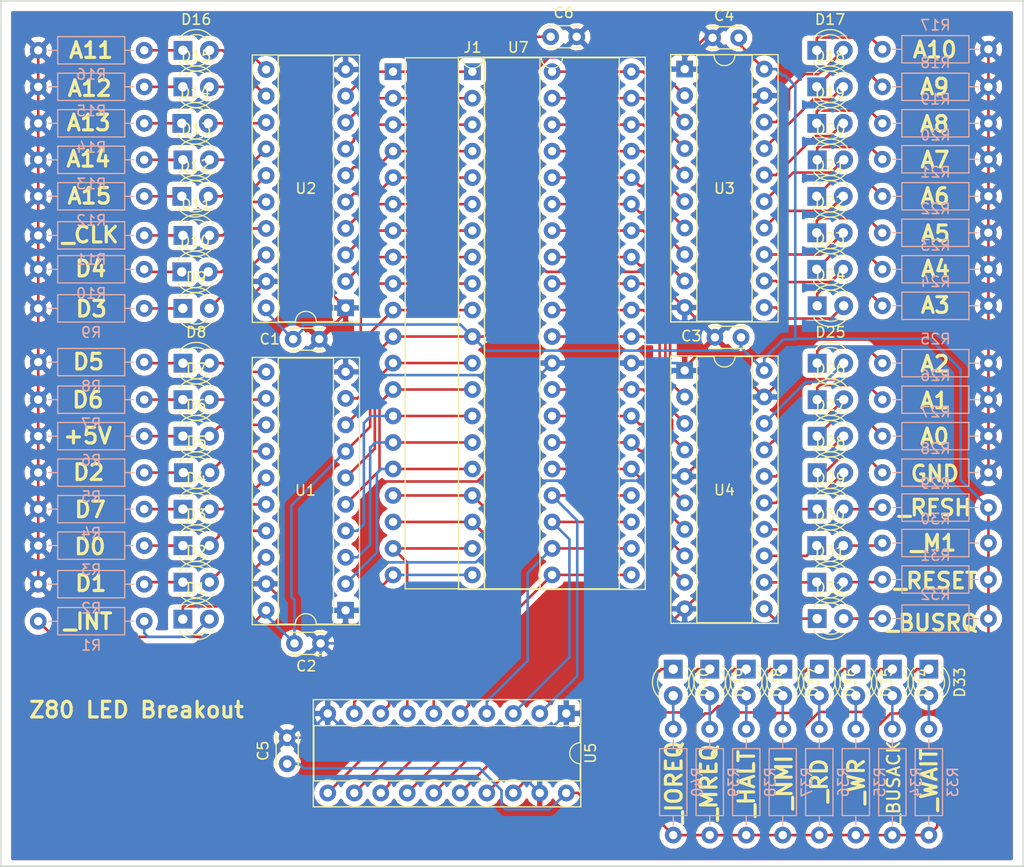
<source format=kicad_pcb>
(kicad_pcb (version 20171130) (host pcbnew "(5.0.2)-1")
  (layers (0 F.Cu signal) (31 B.Cu signal) (34 B.Paste user) (35 F.Paste user) (36 B.SilkS user) (37 F.SilkS user) (38 B.Mask user) (39 F.Mask user) (44 Edge.Cuts user))
  (net 0 "")
  (net 1 "Net-(D1-Pad2)")
  (net 2 "Net-(D1-Pad1)")
  (net 3 "Net-(D2-Pad1)")
  (net 4 "Net-(D2-Pad2)")
  (net 5 "Net-(D3-Pad2)")
  (net 6 "Net-(D3-Pad1)")
  (net 7 "Net-(D4-Pad1)")
  (net 8 "Net-(D4-Pad2)")
  (net 9 "Net-(D5-Pad2)")
  (net 10 "Net-(D5-Pad1)")
  (net 11 "Net-(D6-Pad1)")
  (net 12 "Net-(D6-Pad2)")
  (net 13 "Net-(D7-Pad2)")
  (net 14 "Net-(D7-Pad1)")
  (net 15 "Net-(D8-Pad1)")
  (net 16 "Net-(D8-Pad2)")
  (net 17 "Net-(D9-Pad2)")
  (net 18 "Net-(D9-Pad1)")
  (net 19 "Net-(D10-Pad1)")
  (net 20 "Net-(D10-Pad2)")
  (net 21 "Net-(D11-Pad2)")
  (net 22 "Net-(D11-Pad1)")
  (net 23 "Net-(D12-Pad1)")
  (net 24 "Net-(D12-Pad2)")
  (net 25 "Net-(D13-Pad2)")
  (net 26 "Net-(D13-Pad1)")
  (net 27 "Net-(D14-Pad1)")
  (net 28 "Net-(D14-Pad2)")
  (net 29 "Net-(D15-Pad2)")
  (net 30 "Net-(D15-Pad1)")
  (net 31 "Net-(D16-Pad1)")
  (net 32 "Net-(D16-Pad2)")
  (net 33 "Net-(D17-Pad2)")
  (net 34 "Net-(D17-Pad1)")
  (net 35 "Net-(D18-Pad2)")
  (net 36 "Net-(D18-Pad1)")
  (net 37 "Net-(D19-Pad1)")
  (net 38 "Net-(D19-Pad2)")
  (net 39 "Net-(D20-Pad1)")
  (net 40 "Net-(D20-Pad2)")
  (net 41 "Net-(D21-Pad2)")
  (net 42 "Net-(D21-Pad1)")
  (net 43 "Net-(D22-Pad1)")
  (net 44 "Net-(D22-Pad2)")
  (net 45 "Net-(D23-Pad2)")
  (net 46 "Net-(D23-Pad1)")
  (net 47 "Net-(D24-Pad1)")
  (net 48 "Net-(D24-Pad2)")
  (net 49 "Net-(D25-Pad2)")
  (net 50 "Net-(D25-Pad1)")
  (net 51 "Net-(D26-Pad1)")
  (net 52 "Net-(D26-Pad2)")
  (net 53 "Net-(D27-Pad2)")
  (net 54 "Net-(D27-Pad1)")
  (net 55 "Net-(D28-Pad1)")
  (net 56 "Net-(D28-Pad2)")
  (net 57 "Net-(D29-Pad2)")
  (net 58 "Net-(D29-Pad1)")
  (net 59 "Net-(D30-Pad1)")
  (net 60 "Net-(D30-Pad2)")
  (net 61 "Net-(D31-Pad2)")
  (net 62 "Net-(D31-Pad1)")
  (net 63 "Net-(D32-Pad1)")
  (net 64 "Net-(D32-Pad2)")
  (net 65 "Net-(D33-Pad1)")
  (net 66 "Net-(D33-Pad2)")
  (net 67 "Net-(D34-Pad1)")
  (net 68 "Net-(D34-Pad2)")
  (net 69 "Net-(D35-Pad2)")
  (net 70 "Net-(D35-Pad1)")
  (net 71 "Net-(D36-Pad1)")
  (net 72 "Net-(D36-Pad2)")
  (net 73 "Net-(D37-Pad1)")
  (net 74 "Net-(D37-Pad2)")
  (net 75 "Net-(D38-Pad2)")
  (net 76 "Net-(D38-Pad1)")
  (net 77 "Net-(D39-Pad2)")
  (net 78 "Net-(D39-Pad1)")
  (net 79 "Net-(D40-Pad2)")
  (net 80 "Net-(D40-Pad1)")
  (net 81 A10)
  (net 82 _IORQ)
  (net 83 A9)
  (net 84 _MREQ)
  (net 85 A8)
  (net 86 _HALT)
  (net 87 A7)
  (net 88 _NMI)
  (net 89 A6)
  (net 90 _INT)
  (net 91 A5)
  (net 92 D1)
  (net 93 A4)
  (net 94 D0)
  (net 95 A3)
  (net 96 D7)
  (net 97 A2)
  (net 98 D2)
  (net 99 A1)
  (net 100 +5V)
  (net 101 A0)
  (net 102 D6)
  (net 103 GND)
  (net 104 D5)
  (net 105 _RFSH)
  (net 106 D3)
  (net 107 _M1)
  (net 108 D4)
  (net 109 _RESET)
  (net 110 _CLK)
  (net 111 _BUSRQ)
  (net 112 A15)
  (net 113 _WAIT)
  (net 114 A14)
  (net 115 _BUSACK)
  (net 116 A13)
  (net 117 _WR)
  (net 118 A12)
  (net 119 _RD)
  (net 120 A11)
  (module Housings_DIP:DIP-20_W7.62mm_Socket (layer F.Cu) (at 158.55 72.55)
    (fp_text reference U3 (at 3.81 11.45) (layer F.SilkS))
    (fp_text value 74HCT541)
    (pad 20 thru_hole oval (at 7.62 0) (size 1.6 1.6) (drill 0.8) (layers *.Cu *.Mask) (net 100 +5V))
    (pad 10 thru_hole oval (at 0 22.86) (size 1.6 1.6) (drill 0.8) (layers *.Cu *.Mask) (net 103 GND))
    (pad 19 thru_hole oval (at 7.62 2.54) (size 1.6 1.6) (drill 0.8) (layers *.Cu *.Mask) (net 103 GND))
    (pad 9 thru_hole oval (at 0 20.32) (size 1.6 1.6) (drill 0.8) (layers *.Cu *.Mask) (net 95 A3))
    (pad 18 thru_hole oval (at 7.62 5.08) (size 1.6 1.6) (drill 0.8) (layers *.Cu *.Mask) (net 33 "Net-(D17-Pad2)"))
    (pad 8 thru_hole oval (at 0 17.78) (size 1.6 1.6) (drill 0.8) (layers *.Cu *.Mask) (net 93 A4))
    (pad 17 thru_hole oval (at 7.62 7.62) (size 1.6 1.6) (drill 0.8) (layers *.Cu *.Mask) (net 35 "Net-(D18-Pad2)"))
    (pad 7 thru_hole oval (at 0 15.24) (size 1.6 1.6) (drill 0.8) (layers *.Cu *.Mask) (net 91 A5))
    (pad 16 thru_hole oval (at 7.62 10.16) (size 1.6 1.6) (drill 0.8) (layers *.Cu *.Mask) (net 38 "Net-(D19-Pad2)"))
    (pad 6 thru_hole oval (at 0 12.7) (size 1.6 1.6) (drill 0.8) (layers *.Cu *.Mask) (net 89 A6))
    (pad 15 thru_hole oval (at 7.62 12.7) (size 1.6 1.6) (drill 0.8) (layers *.Cu *.Mask) (net 40 "Net-(D20-Pad2)"))
    (pad 5 thru_hole oval (at 0 10.16) (size 1.6 1.6) (drill 0.8) (layers *.Cu *.Mask) (net 87 A7))
    (pad 14 thru_hole oval (at 7.62 15.24) (size 1.6 1.6) (drill 0.8) (layers *.Cu *.Mask) (net 41 "Net-(D21-Pad2)"))
    (pad 4 thru_hole oval (at 0 7.62) (size 1.6 1.6) (drill 0.8) (layers *.Cu *.Mask) (net 85 A8))
    (pad 13 thru_hole oval (at 7.62 17.78) (size 1.6 1.6) (drill 0.8) (layers *.Cu *.Mask) (net 44 "Net-(D22-Pad2)"))
    (pad 3 thru_hole oval (at 0 5.08) (size 1.6 1.6) (drill 0.8) (layers *.Cu *.Mask) (net 83 A9))
    (pad 12 thru_hole oval (at 7.62 20.32) (size 1.6 1.6) (drill 0.8) (layers *.Cu *.Mask) (net 45 "Net-(D23-Pad2)"))
    (pad 2 thru_hole oval (at 0 2.54) (size 1.6 1.6) (drill 0.8) (layers *.Cu *.Mask) (net 81 A10))
    (pad 11 thru_hole oval (at 7.62 22.86) (size 1.6 1.6) (drill 0.8) (layers *.Cu *.Mask) (net 48 "Net-(D24-Pad2)"))
    (pad 1 thru_hole rect (at 0 0) (size 1.6 1.6) (drill 0.8) (layers *.Cu *.Mask) (net 103 GND))
  )
  (module Capacitors_ThroughHole:C_Disc_D3.0mm_W2.0mm_P2.50mm (layer F.Cu) (at 121.15 127.625)
    (fp_text reference C2 (at 1.125 2.175) (layer F.SilkS))
    (fp_text value C_Small)
    (pad 1 thru_hole circle (at 0 0) (size 1.6 1.6) (drill 0.8) (layers *.Cu *.Mask) (net 100 +5V))
    (pad 2 thru_hole circle (at 2.5 0) (size 1.6 1.6) (drill 0.8) (layers *.Cu *.Mask) (net 103 GND))
  )
  (module Housings_DIP:DIP-20_W7.62mm_Socket (layer F.Cu) (at 147.2 134.35 270)
    (fp_text reference U5 (at 3.81 -2.33 270) (layer F.SilkS))
    (fp_text value 74HCT541)
    (pad 20 thru_hole oval (at 7.62 0 270) (size 1.6 1.6) (drill 0.8) (layers *.Cu *.Mask) (net 100 +5V))
    (pad 10 thru_hole oval (at 0 22.86 270) (size 1.6 1.6) (drill 0.8) (layers *.Cu *.Mask) (net 103 GND))
    (pad 19 thru_hole oval (at 7.62 2.54 270) (size 1.6 1.6) (drill 0.8) (layers *.Cu *.Mask) (net 103 GND))
    (pad 9 thru_hole oval (at 0 20.32 270) (size 1.6 1.6) (drill 0.8) (layers *.Cu *.Mask) (net 82 _IORQ))
    (pad 18 thru_hole oval (at 7.62 5.08 270) (size 1.6 1.6) (drill 0.8) (layers *.Cu *.Mask) (net 65 "Net-(D33-Pad1)"))
    (pad 8 thru_hole oval (at 0 17.78 270) (size 1.6 1.6) (drill 0.8) (layers *.Cu *.Mask) (net 84 _MREQ))
    (pad 17 thru_hole oval (at 7.62 7.62 270) (size 1.6 1.6) (drill 0.8) (layers *.Cu *.Mask) (net 67 "Net-(D34-Pad1)"))
    (pad 7 thru_hole oval (at 0 15.24 270) (size 1.6 1.6) (drill 0.8) (layers *.Cu *.Mask) (net 86 _HALT))
    (pad 16 thru_hole oval (at 7.62 10.16 270) (size 1.6 1.6) (drill 0.8) (layers *.Cu *.Mask) (net 70 "Net-(D35-Pad1)"))
    (pad 6 thru_hole oval (at 0 12.7 270) (size 1.6 1.6) (drill 0.8) (layers *.Cu *.Mask) (net 88 _NMI))
    (pad 15 thru_hole oval (at 7.62 12.7 270) (size 1.6 1.6) (drill 0.8) (layers *.Cu *.Mask) (net 71 "Net-(D36-Pad1)"))
    (pad 5 thru_hole oval (at 0 10.16 270) (size 1.6 1.6) (drill 0.8) (layers *.Cu *.Mask) (net 119 _RD))
    (pad 14 thru_hole oval (at 7.62 15.24 270) (size 1.6 1.6) (drill 0.8) (layers *.Cu *.Mask) (net 73 "Net-(D37-Pad1)"))
    (pad 4 thru_hole oval (at 0 7.62 270) (size 1.6 1.6) (drill 0.8) (layers *.Cu *.Mask) (net 117 _WR))
    (pad 13 thru_hole oval (at 7.62 17.78 270) (size 1.6 1.6) (drill 0.8) (layers *.Cu *.Mask) (net 76 "Net-(D38-Pad1)"))
    (pad 3 thru_hole oval (at 0 5.08 270) (size 1.6 1.6) (drill 0.8) (layers *.Cu *.Mask) (net 115 _BUSACK))
    (pad 12 thru_hole oval (at 7.62 20.32 270) (size 1.6 1.6) (drill 0.8) (layers *.Cu *.Mask) (net 78 "Net-(D39-Pad1)"))
    (pad 2 thru_hole oval (at 0 2.54 270) (size 1.6 1.6) (drill 0.8) (layers *.Cu *.Mask) (net 113 _WAIT))
    (pad 11 thru_hole oval (at 7.62 22.86 270) (size 1.6 1.6) (drill 0.8) (layers *.Cu *.Mask) (net 80 "Net-(D40-Pad1)"))
    (pad 1 thru_hole rect (at 0 0 270) (size 1.6 1.6) (drill 0.8) (layers *.Cu *.Mask) (net 103 GND))
  )
  (module LEDs:LED_D3.0mm (layer F.Cu) (at 110.45 125.3)
    (fp_text reference D1 (at 1.27 -2.96) (layer F.SilkS))
    (fp_text value LED_Small)
    (pad 1 thru_hole rect (at 0 0) (size 1.8 1.8) (drill 0.9) (layers *.Cu *.Mask) (net 2 "Net-(D1-Pad1)"))
    (pad 2 thru_hole circle (at 2.54 0) (size 1.8 1.8) (drill 0.9) (layers *.Cu *.Mask) (net 1 "Net-(D1-Pad2)"))
  )
  (module LEDs:LED_D3.0mm (layer F.Cu) (at 110.46 121.75)
    (fp_text reference D2 (at 1.27 -2.96) (layer F.SilkS))
    (fp_text value LED_Small)
    (pad 1 thru_hole rect (at 0 0) (size 1.8 1.8) (drill 0.9) (layers *.Cu *.Mask) (net 3 "Net-(D2-Pad1)"))
    (pad 2 thru_hole circle (at 2.54 0) (size 1.8 1.8) (drill 0.9) (layers *.Cu *.Mask) (net 4 "Net-(D2-Pad2)"))
  )
  (module LEDs:LED_D3.0mm (layer F.Cu) (at 110.46 118.25)
    (fp_text reference D3 (at 1.27 -2.96) (layer F.SilkS))
    (fp_text value LED_Small)
    (pad 1 thru_hole rect (at 0 0) (size 1.8 1.8) (drill 0.9) (layers *.Cu *.Mask) (net 6 "Net-(D3-Pad1)"))
    (pad 2 thru_hole circle (at 2.54 0) (size 1.8 1.8) (drill 0.9) (layers *.Cu *.Mask) (net 5 "Net-(D3-Pad2)"))
  )
  (module LEDs:LED_D3.0mm (layer F.Cu) (at 110.46 114.75)
    (fp_text reference D4 (at 1.27 -2.96) (layer F.SilkS))
    (fp_text value LED_Small)
    (pad 1 thru_hole rect (at 0 0) (size 1.8 1.8) (drill 0.9) (layers *.Cu *.Mask) (net 7 "Net-(D4-Pad1)"))
    (pad 2 thru_hole circle (at 2.54 0) (size 1.8 1.8) (drill 0.9) (layers *.Cu *.Mask) (net 8 "Net-(D4-Pad2)"))
  )
  (module LEDs:LED_D3.0mm (layer F.Cu) (at 110.5 111.25)
    (fp_text reference D5 (at 1.27 -2.96) (layer F.SilkS))
    (fp_text value LED_Small)
    (pad 1 thru_hole rect (at 0 0) (size 1.8 1.8) (drill 0.9) (layers *.Cu *.Mask) (net 10 "Net-(D5-Pad1)"))
    (pad 2 thru_hole circle (at 2.54 0) (size 1.8 1.8) (drill 0.9) (layers *.Cu *.Mask) (net 9 "Net-(D5-Pad2)"))
  )
  (module LEDs:LED_D3.0mm (layer F.Cu) (at 110.46 107.75)
    (fp_text reference D6 (at 1.27 -2.96) (layer F.SilkS))
    (fp_text value LED_Small)
    (pad 1 thru_hole rect (at 0 0) (size 1.8 1.8) (drill 0.9) (layers *.Cu *.Mask) (net 11 "Net-(D6-Pad1)"))
    (pad 2 thru_hole circle (at 2.54 0) (size 1.8 1.8) (drill 0.9) (layers *.Cu *.Mask) (net 12 "Net-(D6-Pad2)"))
  )
  (module LEDs:LED_D3.0mm (layer F.Cu) (at 110.46 104.25)
    (fp_text reference D7 (at 1.27 -2.96) (layer F.SilkS))
    (fp_text value LED_Small)
    (pad 1 thru_hole rect (at 0 0) (size 1.8 1.8) (drill 0.9) (layers *.Cu *.Mask) (net 14 "Net-(D7-Pad1)"))
    (pad 2 thru_hole circle (at 2.54 0) (size 1.8 1.8) (drill 0.9) (layers *.Cu *.Mask) (net 13 "Net-(D7-Pad2)"))
  )
  (module LEDs:LED_D3.0mm (layer F.Cu) (at 110.46 100.75)
    (fp_text reference D8 (at 1.27 -2.96) (layer F.SilkS))
    (fp_text value LED_Small)
    (pad 1 thru_hole rect (at 0 0) (size 1.8 1.8) (drill 0.9) (layers *.Cu *.Mask) (net 15 "Net-(D8-Pad1)"))
    (pad 2 thru_hole circle (at 2.54 0) (size 1.8 1.8) (drill 0.9) (layers *.Cu *.Mask) (net 16 "Net-(D8-Pad2)"))
  )
  (module LEDs:LED_D3.0mm (layer F.Cu) (at 110.45 95.5)
    (fp_text reference D9 (at 1.27 -2.96) (layer F.SilkS))
    (fp_text value LED_Small)
    (pad 1 thru_hole rect (at 0 0) (size 1.8 1.8) (drill 0.9) (layers *.Cu *.Mask) (net 18 "Net-(D9-Pad1)"))
    (pad 2 thru_hole circle (at 2.54 0) (size 1.8 1.8) (drill 0.9) (layers *.Cu *.Mask) (net 17 "Net-(D9-Pad2)"))
  )
  (module LEDs:LED_D3.0mm (layer F.Cu) (at 110.35 92)
    (fp_text reference D10 (at 1.27 -2.96) (layer F.SilkS))
    (fp_text value LED_Small)
    (pad 1 thru_hole rect (at 0 0) (size 1.8 1.8) (drill 0.9) (layers *.Cu *.Mask) (net 19 "Net-(D10-Pad1)"))
    (pad 2 thru_hole circle (at 2.54 0) (size 1.8 1.8) (drill 0.9) (layers *.Cu *.Mask) (net 20 "Net-(D10-Pad2)"))
  )
  (module LEDs:LED_D3.0mm (layer F.Cu) (at 110.46 88.5)
    (fp_text reference D11 (at 1.27 -2.96) (layer F.SilkS))
    (fp_text value LED_Small)
    (pad 1 thru_hole rect (at 0 0) (size 1.8 1.8) (drill 0.9) (layers *.Cu *.Mask) (net 22 "Net-(D11-Pad1)"))
    (pad 2 thru_hole circle (at 2.54 0) (size 1.8 1.8) (drill 0.9) (layers *.Cu *.Mask) (net 21 "Net-(D11-Pad2)"))
  )
  (module LEDs:LED_D3.0mm (layer F.Cu) (at 110.35 84.75)
    (fp_text reference D12 (at 1.27 -2.96) (layer F.SilkS))
    (fp_text value LED_Small)
    (pad 1 thru_hole rect (at 0 0) (size 1.8 1.8) (drill 0.9) (layers *.Cu *.Mask) (net 23 "Net-(D12-Pad1)"))
    (pad 2 thru_hole circle (at 2.54 0) (size 1.8 1.8) (drill 0.9) (layers *.Cu *.Mask) (net 24 "Net-(D12-Pad2)"))
  )
  (module LEDs:LED_D3.0mm (layer F.Cu) (at 110.46 81.25)
    (fp_text reference D13 (at 1.27 -2.96) (layer F.SilkS))
    (fp_text value LED_Small)
    (pad 1 thru_hole rect (at 0 0) (size 1.8 1.8) (drill 0.9) (layers *.Cu *.Mask) (net 26 "Net-(D13-Pad1)"))
    (pad 2 thru_hole circle (at 2.54 0) (size 1.8 1.8) (drill 0.9) (layers *.Cu *.Mask) (net 25 "Net-(D13-Pad2)"))
  )
  (module LEDs:LED_D3.0mm (layer F.Cu) (at 110.35 77.75)
    (fp_text reference D14 (at 1.27 -2.96) (layer F.SilkS))
    (fp_text value LED_Small)
    (pad 1 thru_hole rect (at 0 0) (size 1.8 1.8) (drill 0.9) (layers *.Cu *.Mask) (net 27 "Net-(D14-Pad1)"))
    (pad 2 thru_hole circle (at 2.54 0) (size 1.8 1.8) (drill 0.9) (layers *.Cu *.Mask) (net 28 "Net-(D14-Pad2)"))
  )
  (module LEDs:LED_D3.0mm (layer F.Cu) (at 110.45 74.25)
    (fp_text reference D15 (at 1.27 -2.96) (layer F.SilkS))
    (fp_text value LED_Small)
    (pad 1 thru_hole rect (at 0 0) (size 1.8 1.8) (drill 0.9) (layers *.Cu *.Mask) (net 30 "Net-(D15-Pad1)"))
    (pad 2 thru_hole circle (at 2.54 0) (size 1.8 1.8) (drill 0.9) (layers *.Cu *.Mask) (net 29 "Net-(D15-Pad2)"))
  )
  (module LEDs:LED_D3.0mm (layer F.Cu) (at 110.46 70.75)
    (fp_text reference D16 (at 1.27 -2.96) (layer F.SilkS))
    (fp_text value LED_Small)
    (pad 1 thru_hole rect (at 0 0) (size 1.8 1.8) (drill 0.9) (layers *.Cu *.Mask) (net 31 "Net-(D16-Pad1)"))
    (pad 2 thru_hole circle (at 2.54 0) (size 1.8 1.8) (drill 0.9) (layers *.Cu *.Mask) (net 32 "Net-(D16-Pad2)"))
  )
  (module LEDs:LED_D3.0mm (layer F.Cu) (at 171.21 70.75)
    (fp_text reference D17 (at 1.27 -2.96) (layer F.SilkS))
    (fp_text value LED_Small)
    (pad 1 thru_hole rect (at 0 0) (size 1.8 1.8) (drill 0.9) (layers *.Cu *.Mask) (net 34 "Net-(D17-Pad1)"))
    (pad 2 thru_hole circle (at 2.54 0) (size 1.8 1.8) (drill 0.9) (layers *.Cu *.Mask) (net 33 "Net-(D17-Pad2)"))
  )
  (module LEDs:LED_D3.0mm (layer F.Cu) (at 171.21 74.25)
    (fp_text reference D18 (at 1.27 -2.96) (layer F.SilkS))
    (fp_text value LED_Small)
    (pad 1 thru_hole rect (at 0 0) (size 1.8 1.8) (drill 0.9) (layers *.Cu *.Mask) (net 36 "Net-(D18-Pad1)"))
    (pad 2 thru_hole circle (at 2.54 0) (size 1.8 1.8) (drill 0.9) (layers *.Cu *.Mask) (net 35 "Net-(D18-Pad2)"))
  )
  (module LEDs:LED_D3.0mm (layer F.Cu) (at 171.21 77.75)
    (fp_text reference D19 (at 1.27 -2.96) (layer F.SilkS))
    (fp_text value LED_Small)
    (pad 1 thru_hole rect (at 0 0) (size 1.8 1.8) (drill 0.9) (layers *.Cu *.Mask) (net 37 "Net-(D19-Pad1)"))
    (pad 2 thru_hole circle (at 2.54 0) (size 1.8 1.8) (drill 0.9) (layers *.Cu *.Mask) (net 38 "Net-(D19-Pad2)"))
  )
  (module LEDs:LED_D3.0mm (layer F.Cu) (at 171.25 81.25)
    (fp_text reference D20 (at 1.27 -2.96) (layer F.SilkS))
    (fp_text value LED_Small)
    (pad 1 thru_hole rect (at 0 0) (size 1.8 1.8) (drill 0.9) (layers *.Cu *.Mask) (net 39 "Net-(D20-Pad1)"))
    (pad 2 thru_hole circle (at 2.54 0) (size 1.8 1.8) (drill 0.9) (layers *.Cu *.Mask) (net 40 "Net-(D20-Pad2)"))
  )
  (module LEDs:LED_D3.0mm (layer F.Cu) (at 171.21 84.75)
    (fp_text reference D21 (at 1.27 -2.96) (layer F.SilkS))
    (fp_text value LED_Small)
    (pad 1 thru_hole rect (at 0 0) (size 1.8 1.8) (drill 0.9) (layers *.Cu *.Mask) (net 42 "Net-(D21-Pad1)"))
    (pad 2 thru_hole circle (at 2.54 0) (size 1.8 1.8) (drill 0.9) (layers *.Cu *.Mask) (net 41 "Net-(D21-Pad2)"))
  )
  (module LEDs:LED_D3.0mm (layer F.Cu) (at 171.21 88.25)
    (fp_text reference D22 (at 1.27 -2.96) (layer F.SilkS))
    (fp_text value LED_Small)
    (pad 1 thru_hole rect (at 0 0) (size 1.8 1.8) (drill 0.9) (layers *.Cu *.Mask) (net 43 "Net-(D22-Pad1)"))
    (pad 2 thru_hole circle (at 2.54 0) (size 1.8 1.8) (drill 0.9) (layers *.Cu *.Mask) (net 44 "Net-(D22-Pad2)"))
  )
  (module LEDs:LED_D3.0mm (layer F.Cu) (at 171.21 91.75)
    (fp_text reference D23 (at 1.27 -2.96) (layer F.SilkS))
    (fp_text value LED_Small)
    (pad 1 thru_hole rect (at 0 0) (size 1.8 1.8) (drill 0.9) (layers *.Cu *.Mask) (net 46 "Net-(D23-Pad1)"))
    (pad 2 thru_hole circle (at 2.54 0) (size 1.8 1.8) (drill 0.9) (layers *.Cu *.Mask) (net 45 "Net-(D23-Pad2)"))
  )
  (module LEDs:LED_D3.0mm (layer F.Cu) (at 171.25 95.25)
    (fp_text reference D24 (at 1.27 -2.96) (layer F.SilkS))
    (fp_text value LED_Small)
    (pad 1 thru_hole rect (at 0 0) (size 1.8 1.8) (drill 0.9) (layers *.Cu *.Mask) (net 47 "Net-(D24-Pad1)"))
    (pad 2 thru_hole circle (at 2.54 0) (size 1.8 1.8) (drill 0.9) (layers *.Cu *.Mask) (net 48 "Net-(D24-Pad2)"))
  )
  (module LEDs:LED_D3.0mm (layer F.Cu) (at 171.25 100.75)
    (fp_text reference D25 (at 1.27 -2.96) (layer F.SilkS))
    (fp_text value LED_Small)
    (pad 1 thru_hole rect (at 0 0) (size 1.8 1.8) (drill 0.9) (layers *.Cu *.Mask) (net 50 "Net-(D25-Pad1)"))
    (pad 2 thru_hole circle (at 2.54 0) (size 1.8 1.8) (drill 0.9) (layers *.Cu *.Mask) (net 49 "Net-(D25-Pad2)"))
  )
  (module LEDs:LED_D3.0mm (layer F.Cu) (at 171.25 104.25)
    (fp_text reference D26 (at 1.27 -2.96) (layer F.SilkS))
    (fp_text value LED_Small)
    (pad 1 thru_hole rect (at 0 0) (size 1.8 1.8) (drill 0.9) (layers *.Cu *.Mask) (net 51 "Net-(D26-Pad1)"))
    (pad 2 thru_hole circle (at 2.54 0) (size 1.8 1.8) (drill 0.9) (layers *.Cu *.Mask) (net 52 "Net-(D26-Pad2)"))
  )
  (module LEDs:LED_D3.0mm (layer F.Cu) (at 171.25 107.75)
    (fp_text reference D27 (at 1.27 -2.96) (layer F.SilkS))
    (fp_text value LED_Small)
    (pad 1 thru_hole rect (at 0 0) (size 1.8 1.8) (drill 0.9) (layers *.Cu *.Mask) (net 54 "Net-(D27-Pad1)"))
    (pad 2 thru_hole circle (at 2.54 0) (size 1.8 1.8) (drill 0.9) (layers *.Cu *.Mask) (net 53 "Net-(D27-Pad2)"))
  )
  (module LEDs:LED_D3.0mm (layer F.Cu) (at 171.25 111.25)
    (fp_text reference D28 (at 1.27 -2.96) (layer F.SilkS))
    (fp_text value LED_Small)
    (pad 1 thru_hole rect (at 0 0) (size 1.8 1.8) (drill 0.9) (layers *.Cu *.Mask) (net 55 "Net-(D28-Pad1)"))
    (pad 2 thru_hole circle (at 2.54 0) (size 1.8 1.8) (drill 0.9) (layers *.Cu *.Mask) (net 56 "Net-(D28-Pad2)"))
  )
  (module LEDs:LED_D3.0mm (layer F.Cu) (at 171.25 114.75)
    (fp_text reference D29 (at 1.27 -2.96) (layer F.SilkS))
    (fp_text value LED_Small)
    (pad 1 thru_hole rect (at 0 0) (size 1.8 1.8) (drill 0.9) (layers *.Cu *.Mask) (net 58 "Net-(D29-Pad1)"))
    (pad 2 thru_hole circle (at 2.54 0) (size 1.8 1.8) (drill 0.9) (layers *.Cu *.Mask) (net 57 "Net-(D29-Pad2)"))
  )
  (module LEDs:LED_D3.0mm (layer F.Cu) (at 171.21 118.25)
    (fp_text reference D30 (at 1.27 -2.96) (layer F.SilkS))
    (fp_text value LED_Small)
    (pad 1 thru_hole rect (at 0 0) (size 1.8 1.8) (drill 0.9) (layers *.Cu *.Mask) (net 59 "Net-(D30-Pad1)"))
    (pad 2 thru_hole circle (at 2.54 0) (size 1.8 1.8) (drill 0.9) (layers *.Cu *.Mask) (net 60 "Net-(D30-Pad2)"))
  )
  (module LEDs:LED_D3.0mm (layer F.Cu) (at 171.21 121.75)
    (fp_text reference D31 (at 1.27 -2.96) (layer F.SilkS))
    (fp_text value LED_Small)
    (pad 1 thru_hole rect (at 0 0) (size 1.8 1.8) (drill 0.9) (layers *.Cu *.Mask) (net 62 "Net-(D31-Pad1)"))
    (pad 2 thru_hole circle (at 2.54 0) (size 1.8 1.8) (drill 0.9) (layers *.Cu *.Mask) (net 61 "Net-(D31-Pad2)"))
  )
  (module LEDs:LED_D3.0mm (layer F.Cu) (at 171.25 125.25)
    (fp_text reference D32 (at 1.27 -2.96) (layer F.SilkS))
    (fp_text value LED_Small)
    (pad 1 thru_hole rect (at 0 0) (size 1.8 1.8) (drill 0.9) (layers *.Cu *.Mask) (net 63 "Net-(D32-Pad1)"))
    (pad 2 thru_hole circle (at 2.54 0) (size 1.8 1.8) (drill 0.9) (layers *.Cu *.Mask) (net 64 "Net-(D32-Pad2)"))
  )
  (module LEDs:LED_D3.0mm (layer F.Cu) (at 181.95 130.1 270)
    (fp_text reference D33 (at 1.27 -2.96 270) (layer F.SilkS))
    (fp_text value LED_Small)
    (pad 1 thru_hole rect (at 0 0 270) (size 1.8 1.8) (drill 0.9) (layers *.Cu *.Mask) (net 65 "Net-(D33-Pad1)"))
    (pad 2 thru_hole circle (at 2.54 0 270) (size 1.8 1.8) (drill 0.9) (layers *.Cu *.Mask) (net 66 "Net-(D33-Pad2)"))
  )
  (module LEDs:LED_D3.0mm (layer F.Cu) (at 178.45 130.1 270)
    (fp_text reference D34 (at 1.27 -2.96 270) (layer F.SilkS))
    (fp_text value LED_Small)
    (pad 1 thru_hole rect (at 0 0 270) (size 1.8 1.8) (drill 0.9) (layers *.Cu *.Mask) (net 67 "Net-(D34-Pad1)"))
    (pad 2 thru_hole circle (at 2.54 0 270) (size 1.8 1.8) (drill 0.9) (layers *.Cu *.Mask) (net 68 "Net-(D34-Pad2)"))
  )
  (module LEDs:LED_D3.0mm (layer F.Cu) (at 174.95 130.1 270)
    (fp_text reference D35 (at 1.27 -2.96 270) (layer F.SilkS))
    (fp_text value LED_Small)
    (pad 1 thru_hole rect (at 0 0 270) (size 1.8 1.8) (drill 0.9) (layers *.Cu *.Mask) (net 70 "Net-(D35-Pad1)"))
    (pad 2 thru_hole circle (at 2.54 0 270) (size 1.8 1.8) (drill 0.9) (layers *.Cu *.Mask) (net 69 "Net-(D35-Pad2)"))
  )
  (module LEDs:LED_D3.0mm (layer F.Cu) (at 171.45 130.1 270)
    (fp_text reference D36 (at 1.27 -2.96 270) (layer F.SilkS))
    (fp_text value LED_Small)
    (pad 1 thru_hole rect (at 0 0 270) (size 1.8 1.8) (drill 0.9) (layers *.Cu *.Mask) (net 71 "Net-(D36-Pad1)"))
    (pad 2 thru_hole circle (at 2.54 0 270) (size 1.8 1.8) (drill 0.9) (layers *.Cu *.Mask) (net 72 "Net-(D36-Pad2)"))
  )
  (module LEDs:LED_D3.0mm (layer F.Cu) (at 167.95 130.1 270)
    (fp_text reference D37 (at 1.27 -2.96 270) (layer F.SilkS))
    (fp_text value LED_Small)
    (pad 1 thru_hole rect (at 0 0 270) (size 1.8 1.8) (drill 0.9) (layers *.Cu *.Mask) (net 73 "Net-(D37-Pad1)"))
    (pad 2 thru_hole circle (at 2.54 0 270) (size 1.8 1.8) (drill 0.9) (layers *.Cu *.Mask) (net 74 "Net-(D37-Pad2)"))
  )
  (module LEDs:LED_D3.0mm (layer F.Cu) (at 164.45 130.1 270)
    (fp_text reference D38 (at 1.27 -2.96 270) (layer F.SilkS))
    (fp_text value LED_Small)
    (pad 1 thru_hole rect (at 0 0 270) (size 1.8 1.8) (drill 0.9) (layers *.Cu *.Mask) (net 76 "Net-(D38-Pad1)"))
    (pad 2 thru_hole circle (at 2.54 0 270) (size 1.8 1.8) (drill 0.9) (layers *.Cu *.Mask) (net 75 "Net-(D38-Pad2)"))
  )
  (module LEDs:LED_D3.0mm (layer F.Cu) (at 160.95 130.1 270)
    (fp_text reference D39 (at 1.27 -2.96 270) (layer F.SilkS))
    (fp_text value LED_Small)
    (pad 1 thru_hole rect (at 0 0 270) (size 1.8 1.8) (drill 0.9) (layers *.Cu *.Mask) (net 78 "Net-(D39-Pad1)"))
    (pad 2 thru_hole circle (at 2.54 0 270) (size 1.8 1.8) (drill 0.9) (layers *.Cu *.Mask) (net 77 "Net-(D39-Pad2)"))
  )
  (module LEDs:LED_D3.0mm (layer F.Cu) (at 157.45 130.1 270)
    (fp_text reference D40 (at 1.27 -2.96 270) (layer F.SilkS))
    (fp_text value LED_Small)
    (pad 1 thru_hole rect (at 0 0 270) (size 1.8 1.8) (drill 0.9) (layers *.Cu *.Mask) (net 80 "Net-(D40-Pad1)"))
    (pad 2 thru_hole circle (at 2.54 0 270) (size 1.8 1.8) (drill 0.9) (layers *.Cu *.Mask) (net 79 "Net-(D40-Pad2)"))
  )
  (module Resistors_ThroughHole:R_Axial_DIN0207_L6.3mm_D2.5mm_P10.16mm_Horizontal (layer B.Cu) (at 187.66 121.5 180)
    (fp_text reference R31 (at 5.08 2.31 180) (layer B.SilkS) (effects (justify mirror)))
    (fp_text value R_Small)
    (pad 1 thru_hole circle (at 0 0 180) (size 1.6 1.6) (drill 0.8) (layers *.Cu *.Mask) (net 100 +5V))
    (pad 2 thru_hole oval (at 10.16 0 180) (size 1.6 1.6) (drill 0.8) (layers *.Cu *.Mask) (net 61 "Net-(D31-Pad2)"))
  )
  (module Housings_DIP:DIP-40_W15.24mm (layer F.Cu) (at 130.6 72.8)
    (fp_text reference J1 (at 7.62 -2.33) (layer F.SilkS))
    (fp_text value "2x20 DIP Socket Z80 Passthrough")
    (pad 40 thru_hole oval (at 15.24 0) (size 1.6 1.6) (drill 0.8) (layers *.Cu *.Mask) (net 81 A10))
    (pad 20 thru_hole oval (at 0 48.26) (size 1.6 1.6) (drill 0.8) (layers *.Cu *.Mask) (net 82 _IORQ))
    (pad 39 thru_hole oval (at 15.24 2.54) (size 1.6 1.6) (drill 0.8) (layers *.Cu *.Mask) (net 83 A9))
    (pad 19 thru_hole oval (at 0 45.72) (size 1.6 1.6) (drill 0.8) (layers *.Cu *.Mask) (net 84 _MREQ))
    (pad 38 thru_hole oval (at 15.24 5.08) (size 1.6 1.6) (drill 0.8) (layers *.Cu *.Mask) (net 85 A8))
    (pad 18 thru_hole oval (at 0 43.18) (size 1.6 1.6) (drill 0.8) (layers *.Cu *.Mask) (net 86 _HALT))
    (pad 37 thru_hole oval (at 15.24 7.62) (size 1.6 1.6) (drill 0.8) (layers *.Cu *.Mask) (net 87 A7))
    (pad 17 thru_hole oval (at 0 40.64) (size 1.6 1.6) (drill 0.8) (layers *.Cu *.Mask) (net 88 _NMI))
    (pad 36 thru_hole oval (at 15.24 10.16) (size 1.6 1.6) (drill 0.8) (layers *.Cu *.Mask) (net 89 A6))
    (pad 16 thru_hole oval (at 0 38.1) (size 1.6 1.6) (drill 0.8) (layers *.Cu *.Mask) (net 90 _INT))
    (pad 35 thru_hole oval (at 15.24 12.7) (size 1.6 1.6) (drill 0.8) (layers *.Cu *.Mask) (net 91 A5))
    (pad 15 thru_hole oval (at 0 35.56) (size 1.6 1.6) (drill 0.8) (layers *.Cu *.Mask) (net 92 D1))
    (pad 34 thru_hole oval (at 15.24 15.24) (size 1.6 1.6) (drill 0.8) (layers *.Cu *.Mask) (net 93 A4))
    (pad 14 thru_hole oval (at 0 33.02) (size 1.6 1.6) (drill 0.8) (layers *.Cu *.Mask) (net 94 D0))
    (pad 33 thru_hole oval (at 15.24 17.78) (size 1.6 1.6) (drill 0.8) (layers *.Cu *.Mask) (net 95 A3))
    (pad 13 thru_hole oval (at 0 30.48) (size 1.6 1.6) (drill 0.8) (layers *.Cu *.Mask) (net 96 D7))
    (pad 32 thru_hole oval (at 15.24 20.32) (size 1.6 1.6) (drill 0.8) (layers *.Cu *.Mask) (net 97 A2))
    (pad 12 thru_hole oval (at 0 27.94) (size 1.6 1.6) (drill 0.8) (layers *.Cu *.Mask) (net 98 D2))
    (pad 31 thru_hole oval (at 15.24 22.86) (size 1.6 1.6) (drill 0.8) (layers *.Cu *.Mask) (net 99 A1))
    (pad 11 thru_hole oval (at 0 25.4) (size 1.6 1.6) (drill 0.8) (layers *.Cu *.Mask) (net 100 +5V))
    (pad 30 thru_hole oval (at 15.24 25.4) (size 1.6 1.6) (drill 0.8) (layers *.Cu *.Mask) (net 101 A0))
    (pad 10 thru_hole oval (at 0 22.86) (size 1.6 1.6) (drill 0.8) (layers *.Cu *.Mask) (net 102 D6))
    (pad 29 thru_hole oval (at 15.24 27.94) (size 1.6 1.6) (drill 0.8) (layers *.Cu *.Mask) (net 103 GND))
    (pad 9 thru_hole oval (at 0 20.32) (size 1.6 1.6) (drill 0.8) (layers *.Cu *.Mask) (net 104 D5))
    (pad 28 thru_hole oval (at 15.24 30.48) (size 1.6 1.6) (drill 0.8) (layers *.Cu *.Mask) (net 105 _RFSH))
    (pad 8 thru_hole oval (at 0 17.78) (size 1.6 1.6) (drill 0.8) (layers *.Cu *.Mask) (net 106 D3))
    (pad 27 thru_hole oval (at 15.24 33.02) (size 1.6 1.6) (drill 0.8) (layers *.Cu *.Mask) (net 107 _M1))
    (pad 7 thru_hole oval (at 0 15.24) (size 1.6 1.6) (drill 0.8) (layers *.Cu *.Mask) (net 108 D4))
    (pad 26 thru_hole oval (at 15.24 35.56) (size 1.6 1.6) (drill 0.8) (layers *.Cu *.Mask) (net 109 _RESET))
    (pad 6 thru_hole oval (at 0 12.7) (size 1.6 1.6) (drill 0.8) (layers *.Cu *.Mask) (net 110 _CLK))
    (pad 25 thru_hole oval (at 15.24 38.1) (size 1.6 1.6) (drill 0.8) (layers *.Cu *.Mask) (net 111 _BUSRQ))
    (pad 5 thru_hole oval (at 0 10.16) (size 1.6 1.6) (drill 0.8) (layers *.Cu *.Mask) (net 112 A15))
    (pad 24 thru_hole oval (at 15.24 40.64) (size 1.6 1.6) (drill 0.8) (layers *.Cu *.Mask) (net 113 _WAIT))
    (pad 4 thru_hole oval (at 0 7.62) (size 1.6 1.6) (drill 0.8) (layers *.Cu *.Mask) (net 114 A14))
    (pad 23 thru_hole oval (at 15.24 43.18) (size 1.6 1.6) (drill 0.8) (layers *.Cu *.Mask) (net 115 _BUSACK))
    (pad 3 thru_hole oval (at 0 5.08) (size 1.6 1.6) (drill 0.8) (layers *.Cu *.Mask) (net 116 A13))
    (pad 22 thru_hole oval (at 15.24 45.72) (size 1.6 1.6) (drill 0.8) (layers *.Cu *.Mask) (net 117 _WR))
    (pad 2 thru_hole oval (at 0 2.54) (size 1.6 1.6) (drill 0.8) (layers *.Cu *.Mask) (net 118 A12))
    (pad 21 thru_hole oval (at 15.24 48.26) (size 1.6 1.6) (drill 0.8) (layers *.Cu *.Mask) (net 119 _RD))
    (pad 1 thru_hole rect (at 0 0) (size 1.6 1.6) (drill 0.8) (layers *.Cu *.Mask) (net 120 A11))
  )
  (module Resistors_ThroughHole:R_Axial_DIN0207_L6.3mm_D2.5mm_P10.16mm_Horizontal (layer B.Cu) (at 96.59 125.5)
    (fp_text reference R1 (at 5.08 2.31) (layer B.SilkS) (effects (justify mirror)))
    (fp_text value R_Small)
    (pad 1 thru_hole circle (at 0 0) (size 1.6 1.6) (drill 0.8) (layers *.Cu *.Mask) (net 100 +5V))
    (pad 2 thru_hole oval (at 10.16 0) (size 1.6 1.6) (drill 0.8) (layers *.Cu *.Mask) (net 1 "Net-(D1-Pad2)"))
  )
  (module Resistors_ThroughHole:R_Axial_DIN0207_L6.3mm_D2.5mm_P10.16mm_Horizontal (layer B.Cu) (at 96.59 121.95)
    (fp_text reference R2 (at 5.08 2.31) (layer B.SilkS) (effects (justify mirror)))
    (fp_text value R_Small)
    (pad 2 thru_hole oval (at 10.16 0) (size 1.6 1.6) (drill 0.8) (layers *.Cu *.Mask) (net 3 "Net-(D2-Pad1)"))
    (pad 1 thru_hole circle (at 0 0) (size 1.6 1.6) (drill 0.8) (layers *.Cu *.Mask) (net 103 GND))
  )
  (module Resistors_ThroughHole:R_Axial_DIN0207_L6.3mm_D2.5mm_P10.16mm_Horizontal (layer B.Cu) (at 96.59 118.25)
    (fp_text reference R3 (at 5.08 2.31) (layer B.SilkS) (effects (justify mirror)))
    (fp_text value R_Small)
    (pad 1 thru_hole circle (at 0 0) (size 1.6 1.6) (drill 0.8) (layers *.Cu *.Mask) (net 103 GND))
    (pad 2 thru_hole oval (at 10.16 0) (size 1.6 1.6) (drill 0.8) (layers *.Cu *.Mask) (net 6 "Net-(D3-Pad1)"))
  )
  (module Resistors_ThroughHole:R_Axial_DIN0207_L6.3mm_D2.5mm_P10.16mm_Horizontal (layer B.Cu) (at 96.59 114.75)
    (fp_text reference R4 (at 5.08 2.31) (layer B.SilkS) (effects (justify mirror)))
    (fp_text value R_Small)
    (pad 2 thru_hole oval (at 10.16 0) (size 1.6 1.6) (drill 0.8) (layers *.Cu *.Mask) (net 7 "Net-(D4-Pad1)"))
    (pad 1 thru_hole circle (at 0 0) (size 1.6 1.6) (drill 0.8) (layers *.Cu *.Mask) (net 103 GND))
  )
  (module Resistors_ThroughHole:R_Axial_DIN0207_L6.3mm_D2.5mm_P10.16mm_Horizontal (layer B.Cu) (at 96.59 111.25)
    (fp_text reference R5 (at 5.08 2.31) (layer B.SilkS) (effects (justify mirror)))
    (fp_text value R_Small)
    (pad 1 thru_hole circle (at 0 0) (size 1.6 1.6) (drill 0.8) (layers *.Cu *.Mask) (net 103 GND))
    (pad 2 thru_hole oval (at 10.16 0) (size 1.6 1.6) (drill 0.8) (layers *.Cu *.Mask) (net 10 "Net-(D5-Pad1)"))
  )
  (module Resistors_ThroughHole:R_Axial_DIN0207_L6.3mm_D2.5mm_P10.16mm_Horizontal (layer B.Cu) (at 96.59 107.75)
    (fp_text reference R6 (at 5.08 2.31) (layer B.SilkS) (effects (justify mirror)))
    (fp_text value R_Small)
    (pad 2 thru_hole oval (at 10.16 0) (size 1.6 1.6) (drill 0.8) (layers *.Cu *.Mask) (net 11 "Net-(D6-Pad1)"))
    (pad 1 thru_hole circle (at 0 0) (size 1.6 1.6) (drill 0.8) (layers *.Cu *.Mask) (net 103 GND))
  )
  (module Resistors_ThroughHole:R_Axial_DIN0207_L6.3mm_D2.5mm_P10.16mm_Horizontal (layer B.Cu) (at 96.59 104.25)
    (fp_text reference R7 (at 5.08 2.31) (layer B.SilkS) (effects (justify mirror)))
    (fp_text value R_Small)
    (pad 1 thru_hole circle (at 0 0) (size 1.6 1.6) (drill 0.8) (layers *.Cu *.Mask) (net 103 GND))
    (pad 2 thru_hole oval (at 10.16 0) (size 1.6 1.6) (drill 0.8) (layers *.Cu *.Mask) (net 14 "Net-(D7-Pad1)"))
  )
  (module Resistors_ThroughHole:R_Axial_DIN0207_L6.3mm_D2.5mm_P10.16mm_Horizontal (layer B.Cu) (at 96.59 100.65)
    (fp_text reference R8 (at 5.08 2.31) (layer B.SilkS) (effects (justify mirror)))
    (fp_text value R_Small)
    (pad 2 thru_hole oval (at 10.16 0) (size 1.6 1.6) (drill 0.8) (layers *.Cu *.Mask) (net 15 "Net-(D8-Pad1)"))
    (pad 1 thru_hole circle (at 0 0) (size 1.6 1.6) (drill 0.8) (layers *.Cu *.Mask) (net 103 GND))
  )
  (module Resistors_ThroughHole:R_Axial_DIN0207_L6.3mm_D2.5mm_P10.16mm_Horizontal (layer B.Cu) (at 96.59 95.5)
    (fp_text reference R9 (at 5.08 2.31) (layer B.SilkS) (effects (justify mirror)))
    (fp_text value R_Small)
    (pad 2 thru_hole oval (at 10.16 0) (size 1.6 1.6) (drill 0.8) (layers *.Cu *.Mask) (net 18 "Net-(D9-Pad1)"))
    (pad 1 thru_hole circle (at 0 0) (size 1.6 1.6) (drill 0.8) (layers *.Cu *.Mask) (net 103 GND))
  )
  (module Resistors_ThroughHole:R_Axial_DIN0207_L6.3mm_D2.5mm_P10.16mm_Horizontal (layer B.Cu) (at 96.59 91.75)
    (fp_text reference R10 (at 5.08 2.31) (layer B.SilkS) (effects (justify mirror)))
    (fp_text value R_Small)
    (pad 1 thru_hole circle (at 0 0) (size 1.6 1.6) (drill 0.8) (layers *.Cu *.Mask) (net 103 GND))
    (pad 2 thru_hole oval (at 10.16 0) (size 1.6 1.6) (drill 0.8) (layers *.Cu *.Mask) (net 19 "Net-(D10-Pad1)"))
  )
  (module Resistors_ThroughHole:R_Axial_DIN0207_L6.3mm_D2.5mm_P10.16mm_Horizontal (layer B.Cu) (at 96.59 88.5)
    (fp_text reference R11 (at 5.08 2.31) (layer B.SilkS) (effects (justify mirror)))
    (fp_text value R_Small)
    (pad 2 thru_hole oval (at 10.16 0) (size 1.6 1.6) (drill 0.8) (layers *.Cu *.Mask) (net 22 "Net-(D11-Pad1)"))
    (pad 1 thru_hole circle (at 0 0) (size 1.6 1.6) (drill 0.8) (layers *.Cu *.Mask) (net 103 GND))
  )
  (module Resistors_ThroughHole:R_Axial_DIN0207_L6.3mm_D2.5mm_P10.16mm_Horizontal (layer B.Cu) (at 96.59 84.75)
    (fp_text reference R12 (at 5.08 2.31) (layer B.SilkS) (effects (justify mirror)))
    (fp_text value R_Small)
    (pad 1 thru_hole circle (at 0 0) (size 1.6 1.6) (drill 0.8) (layers *.Cu *.Mask) (net 103 GND))
    (pad 2 thru_hole oval (at 10.16 0) (size 1.6 1.6) (drill 0.8) (layers *.Cu *.Mask) (net 23 "Net-(D12-Pad1)"))
  )
  (module Resistors_ThroughHole:R_Axial_DIN0207_L6.3mm_D2.5mm_P10.16mm_Horizontal (layer B.Cu) (at 96.59 81.25)
    (fp_text reference R13 (at 5.08 2.31) (layer B.SilkS) (effects (justify mirror)))
    (fp_text value R_Small)
    (pad 2 thru_hole oval (at 10.16 0) (size 1.6 1.6) (drill 0.8) (layers *.Cu *.Mask) (net 26 "Net-(D13-Pad1)"))
    (pad 1 thru_hole circle (at 0 0) (size 1.6 1.6) (drill 0.8) (layers *.Cu *.Mask) (net 103 GND))
  )
  (module Resistors_ThroughHole:R_Axial_DIN0207_L6.3mm_D2.5mm_P10.16mm_Horizontal (layer B.Cu) (at 96.59 77.75)
    (fp_text reference R14 (at 5.08 2.31) (layer B.SilkS) (effects (justify mirror)))
    (fp_text value R_Small)
    (pad 1 thru_hole circle (at 0 0) (size 1.6 1.6) (drill 0.8) (layers *.Cu *.Mask) (net 103 GND))
    (pad 2 thru_hole oval (at 10.16 0) (size 1.6 1.6) (drill 0.8) (layers *.Cu *.Mask) (net 27 "Net-(D14-Pad1)"))
  )
  (module Resistors_ThroughHole:R_Axial_DIN0207_L6.3mm_D2.5mm_P10.16mm_Horizontal (layer B.Cu) (at 96.59 74.25)
    (fp_text reference R15 (at 5.08 2.31) (layer B.SilkS) (effects (justify mirror)))
    (fp_text value R_Small)
    (pad 2 thru_hole oval (at 10.16 0) (size 1.6 1.6) (drill 0.8) (layers *.Cu *.Mask) (net 30 "Net-(D15-Pad1)"))
    (pad 1 thru_hole circle (at 0 0) (size 1.6 1.6) (drill 0.8) (layers *.Cu *.Mask) (net 103 GND))
  )
  (module Resistors_ThroughHole:R_Axial_DIN0207_L6.3mm_D2.5mm_P10.16mm_Horizontal (layer B.Cu) (at 96.59 70.75)
    (fp_text reference R16 (at 5.08 2.31) (layer B.SilkS) (effects (justify mirror)))
    (fp_text value R_Small)
    (pad 1 thru_hole circle (at 0 0) (size 1.6 1.6) (drill 0.8) (layers *.Cu *.Mask) (net 103 GND))
    (pad 2 thru_hole oval (at 10.16 0) (size 1.6 1.6) (drill 0.8) (layers *.Cu *.Mask) (net 31 "Net-(D16-Pad1)"))
  )
  (module Resistors_ThroughHole:R_Axial_DIN0207_L6.3mm_D2.5mm_P10.16mm_Horizontal (layer B.Cu) (at 187.66 70.65 180)
    (fp_text reference R17 (at 5.08 2.31 180) (layer B.SilkS) (effects (justify mirror)))
    (fp_text value R_Small)
    (pad 2 thru_hole oval (at 10.16 0 180) (size 1.6 1.6) (drill 0.8) (layers *.Cu *.Mask) (net 34 "Net-(D17-Pad1)"))
    (pad 1 thru_hole circle (at 0 0 180) (size 1.6 1.6) (drill 0.8) (layers *.Cu *.Mask) (net 103 GND))
  )
  (module Resistors_ThroughHole:R_Axial_DIN0207_L6.3mm_D2.5mm_P10.16mm_Horizontal (layer B.Cu) (at 187.66 74.25 180)
    (fp_text reference R18 (at 5.08 2.31 180) (layer B.SilkS) (effects (justify mirror)))
    (fp_text value R_Small)
    (pad 1 thru_hole circle (at 0 0 180) (size 1.6 1.6) (drill 0.8) (layers *.Cu *.Mask) (net 103 GND))
    (pad 2 thru_hole oval (at 10.16 0 180) (size 1.6 1.6) (drill 0.8) (layers *.Cu *.Mask) (net 36 "Net-(D18-Pad1)"))
  )
  (module Resistors_ThroughHole:R_Axial_DIN0207_L6.3mm_D2.5mm_P10.16mm_Horizontal (layer B.Cu) (at 187.66 77.75 180)
    (fp_text reference R19 (at 5.08 2.31 180) (layer B.SilkS) (effects (justify mirror)))
    (fp_text value R_Small)
    (pad 2 thru_hole oval (at 10.16 0 180) (size 1.6 1.6) (drill 0.8) (layers *.Cu *.Mask) (net 37 "Net-(D19-Pad1)"))
    (pad 1 thru_hole circle (at 0 0 180) (size 1.6 1.6) (drill 0.8) (layers *.Cu *.Mask) (net 103 GND))
  )
  (module Resistors_ThroughHole:R_Axial_DIN0207_L6.3mm_D2.5mm_P10.16mm_Horizontal (layer B.Cu) (at 187.66 81.2 180)
    (fp_text reference R20 (at 5.08 2.31 180) (layer B.SilkS) (effects (justify mirror)))
    (fp_text value R_Small)
    (pad 1 thru_hole circle (at 0 0 180) (size 1.6 1.6) (drill 0.8) (layers *.Cu *.Mask) (net 103 GND))
    (pad 2 thru_hole oval (at 10.16 0 180) (size 1.6 1.6) (drill 0.8) (layers *.Cu *.Mask) (net 39 "Net-(D20-Pad1)"))
  )
  (module Resistors_ThroughHole:R_Axial_DIN0207_L6.3mm_D2.5mm_P10.16mm_Horizontal (layer B.Cu) (at 187.66 84.75 180)
    (fp_text reference R21 (at 5.08 2.31 180) (layer B.SilkS) (effects (justify mirror)))
    (fp_text value R_Small)
    (pad 2 thru_hole oval (at 10.16 0 180) (size 1.6 1.6) (drill 0.8) (layers *.Cu *.Mask) (net 42 "Net-(D21-Pad1)"))
    (pad 1 thru_hole circle (at 0 0 180) (size 1.6 1.6) (drill 0.8) (layers *.Cu *.Mask) (net 103 GND))
  )
  (module Resistors_ThroughHole:R_Axial_DIN0207_L6.3mm_D2.5mm_P10.16mm_Horizontal (layer B.Cu) (at 187.65 88.25 180)
    (fp_text reference R22 (at 5.08 2.31 180) (layer B.SilkS) (effects (justify mirror)))
    (fp_text value R_Small)
    (pad 1 thru_hole circle (at 0 0 180) (size 1.6 1.6) (drill 0.8) (layers *.Cu *.Mask) (net 103 GND))
    (pad 2 thru_hole oval (at 10.16 0 180) (size 1.6 1.6) (drill 0.8) (layers *.Cu *.Mask) (net 43 "Net-(D22-Pad1)"))
  )
  (module Resistors_ThroughHole:R_Axial_DIN0207_L6.3mm_D2.5mm_P10.16mm_Horizontal (layer B.Cu) (at 187.66 91.75 180)
    (fp_text reference R23 (at 5.08 2.31 180) (layer B.SilkS) (effects (justify mirror)))
    (fp_text value R_Small)
    (pad 2 thru_hole oval (at 10.16 0 180) (size 1.6 1.6) (drill 0.8) (layers *.Cu *.Mask) (net 46 "Net-(D23-Pad1)"))
    (pad 1 thru_hole circle (at 0 0 180) (size 1.6 1.6) (drill 0.8) (layers *.Cu *.Mask) (net 103 GND))
  )
  (module Resistors_ThroughHole:R_Axial_DIN0207_L6.3mm_D2.5mm_P10.16mm_Horizontal (layer B.Cu) (at 187.66 95.25 180)
    (fp_text reference R24 (at 5.08 2.31 180) (layer B.SilkS) (effects (justify mirror)))
    (fp_text value R_Small)
    (pad 1 thru_hole circle (at 0 0 180) (size 1.6 1.6) (drill 0.8) (layers *.Cu *.Mask) (net 103 GND))
    (pad 2 thru_hole oval (at 10.16 0 180) (size 1.6 1.6) (drill 0.8) (layers *.Cu *.Mask) (net 47 "Net-(D24-Pad1)"))
  )
  (module Resistors_ThroughHole:R_Axial_DIN0207_L6.3mm_D2.5mm_P10.16mm_Horizontal (layer B.Cu) (at 187.66 100.75 180)
    (fp_text reference R25 (at 5.08 2.31 180) (layer B.SilkS) (effects (justify mirror)))
    (fp_text value R_Small)
    (pad 1 thru_hole circle (at 0 0 180) (size 1.6 1.6) (drill 0.8) (layers *.Cu *.Mask) (net 103 GND))
    (pad 2 thru_hole oval (at 10.16 0 180) (size 1.6 1.6) (drill 0.8) (layers *.Cu *.Mask) (net 50 "Net-(D25-Pad1)"))
  )
  (module Resistors_ThroughHole:R_Axial_DIN0207_L6.3mm_D2.5mm_P10.16mm_Horizontal (layer B.Cu) (at 187.66 104.25 180)
    (fp_text reference R26 (at 5.08 2.31 180) (layer B.SilkS) (effects (justify mirror)))
    (fp_text value R_Small)
    (pad 2 thru_hole oval (at 10.16 0 180) (size 1.6 1.6) (drill 0.8) (layers *.Cu *.Mask) (net 51 "Net-(D26-Pad1)"))
    (pad 1 thru_hole circle (at 0 0 180) (size 1.6 1.6) (drill 0.8) (layers *.Cu *.Mask) (net 103 GND))
  )
  (module Resistors_ThroughHole:R_Axial_DIN0207_L6.3mm_D2.5mm_P10.16mm_Horizontal (layer B.Cu) (at 187.66 107.75 180)
    (fp_text reference R27 (at 5.08 2.31 180) (layer B.SilkS) (effects (justify mirror)))
    (fp_text value R_Small)
    (pad 1 thru_hole circle (at 0 0 180) (size 1.6 1.6) (drill 0.8) (layers *.Cu *.Mask) (net 103 GND))
    (pad 2 thru_hole oval (at 10.16 0 180) (size 1.6 1.6) (drill 0.8) (layers *.Cu *.Mask) (net 54 "Net-(D27-Pad1)"))
  )
  (module Resistors_ThroughHole:R_Axial_DIN0207_L6.3mm_D2.5mm_P10.16mm_Horizontal (layer B.Cu) (at 187.66 111.25 180)
    (fp_text reference R28 (at 5.08 2.31 180) (layer B.SilkS) (effects (justify mirror)))
    (fp_text value R_Small)
    (pad 2 thru_hole oval (at 10.16 0 180) (size 1.6 1.6) (drill 0.8) (layers *.Cu *.Mask) (net 55 "Net-(D28-Pad1)"))
    (pad 1 thru_hole circle (at 0 0 180) (size 1.6 1.6) (drill 0.8) (layers *.Cu *.Mask) (net 103 GND))
  )
  (module Resistors_ThroughHole:R_Axial_DIN0207_L6.3mm_D2.5mm_P10.16mm_Horizontal (layer B.Cu) (at 187.66 114.6 180)
    (fp_text reference R29 (at 5.08 2.31 180) (layer B.SilkS) (effects (justify mirror)))
    (fp_text value R_Small)
    (pad 1 thru_hole circle (at 0 0 180) (size 1.6 1.6) (drill 0.8) (layers *.Cu *.Mask) (net 100 +5V))
    (pad 2 thru_hole oval (at 10.16 0 180) (size 1.6 1.6) (drill 0.8) (layers *.Cu *.Mask) (net 57 "Net-(D29-Pad2)"))
  )
  (module Resistors_ThroughHole:R_Axial_DIN0207_L6.3mm_D2.5mm_P10.16mm_Horizontal (layer B.Cu) (at 187.66 118 180)
    (fp_text reference R30 (at 5.08 2.31 180) (layer B.SilkS) (effects (justify mirror)))
    (fp_text value R_Small)
    (pad 2 thru_hole oval (at 10.16 0 180) (size 1.6 1.6) (drill 0.8) (layers *.Cu *.Mask) (net 60 "Net-(D30-Pad2)"))
    (pad 1 thru_hole circle (at 0 0 180) (size 1.6 1.6) (drill 0.8) (layers *.Cu *.Mask) (net 100 +5V))
  )
  (module Resistors_ThroughHole:R_Axial_DIN0207_L6.3mm_D2.5mm_P10.16mm_Horizontal (layer B.Cu) (at 187.66 125.25 180)
    (fp_text reference R32 (at 5.08 2.31 180) (layer B.SilkS) (effects (justify mirror)))
    (fp_text value R_Small)
    (pad 2 thru_hole oval (at 10.16 0 180) (size 1.6 1.6) (drill 0.8) (layers *.Cu *.Mask) (net 64 "Net-(D32-Pad2)"))
    (pad 1 thru_hole circle (at 0 0 180) (size 1.6 1.6) (drill 0.8) (layers *.Cu *.Mask) (net 100 +5V))
  )
  (module Resistors_ThroughHole:R_Axial_DIN0207_L6.3mm_D2.5mm_P10.16mm_Horizontal (layer B.Cu) (at 181.95 146.01 90)
    (fp_text reference R33 (at 5.08 2.31 90) (layer B.SilkS) (effects (justify mirror)))
    (fp_text value R_Small)
    (pad 1 thru_hole circle (at 0 0 90) (size 1.6 1.6) (drill 0.8) (layers *.Cu *.Mask) (net 100 +5V))
    (pad 2 thru_hole oval (at 10.16 0 90) (size 1.6 1.6) (drill 0.8) (layers *.Cu *.Mask) (net 66 "Net-(D33-Pad2)"))
  )
  (module Resistors_ThroughHole:R_Axial_DIN0207_L6.3mm_D2.5mm_P10.16mm_Horizontal (layer B.Cu) (at 178.45 146.01 90)
    (fp_text reference R34 (at 5.08 2.31 90) (layer B.SilkS) (effects (justify mirror)))
    (fp_text value R_Small)
    (pad 2 thru_hole oval (at 10.16 0 90) (size 1.6 1.6) (drill 0.8) (layers *.Cu *.Mask) (net 68 "Net-(D34-Pad2)"))
    (pad 1 thru_hole circle (at 0 0 90) (size 1.6 1.6) (drill 0.8) (layers *.Cu *.Mask) (net 100 +5V))
  )
  (module Resistors_ThroughHole:R_Axial_DIN0207_L6.3mm_D2.5mm_P10.16mm_Horizontal (layer B.Cu) (at 174.95 146.01 90)
    (fp_text reference R35 (at 5.08 2.31 90) (layer B.SilkS) (effects (justify mirror)))
    (fp_text value R_Small)
    (pad 1 thru_hole circle (at 0 0 90) (size 1.6 1.6) (drill 0.8) (layers *.Cu *.Mask) (net 100 +5V))
    (pad 2 thru_hole oval (at 10.16 0 90) (size 1.6 1.6) (drill 0.8) (layers *.Cu *.Mask) (net 69 "Net-(D35-Pad2)"))
  )
  (module Resistors_ThroughHole:R_Axial_DIN0207_L6.3mm_D2.5mm_P10.16mm_Horizontal (layer B.Cu) (at 171.45 146.01 90)
    (fp_text reference R36 (at 5.08 2.31 90) (layer B.SilkS) (effects (justify mirror)))
    (fp_text value R_Small)
    (pad 2 thru_hole oval (at 10.16 0 90) (size 1.6 1.6) (drill 0.8) (layers *.Cu *.Mask) (net 72 "Net-(D36-Pad2)"))
    (pad 1 thru_hole circle (at 0 0 90) (size 1.6 1.6) (drill 0.8) (layers *.Cu *.Mask) (net 100 +5V))
  )
  (module Resistors_ThroughHole:R_Axial_DIN0207_L6.3mm_D2.5mm_P10.16mm_Horizontal (layer B.Cu) (at 167.95 146.01 90)
    (fp_text reference R37 (at 5.08 2.31 90) (layer B.SilkS) (effects (justify mirror)))
    (fp_text value R_Small)
    (pad 1 thru_hole circle (at 0 0 90) (size 1.6 1.6) (drill 0.8) (layers *.Cu *.Mask) (net 100 +5V))
    (pad 2 thru_hole oval (at 10.16 0 90) (size 1.6 1.6) (drill 0.8) (layers *.Cu *.Mask) (net 74 "Net-(D37-Pad2)"))
  )
  (module Resistors_ThroughHole:R_Axial_DIN0207_L6.3mm_D2.5mm_P10.16mm_Horizontal (layer B.Cu) (at 164.45 146.01 90)
    (fp_text reference R38 (at 5.08 2.31 90) (layer B.SilkS) (effects (justify mirror)))
    (fp_text value R_Small)
    (pad 2 thru_hole oval (at 10.16 0 90) (size 1.6 1.6) (drill 0.8) (layers *.Cu *.Mask) (net 75 "Net-(D38-Pad2)"))
    (pad 1 thru_hole circle (at 0 0 90) (size 1.6 1.6) (drill 0.8) (layers *.Cu *.Mask) (net 100 +5V))
  )
  (module Resistors_ThroughHole:R_Axial_DIN0207_L6.3mm_D2.5mm_P10.16mm_Horizontal (layer B.Cu) (at 160.95 146.01 90)
    (fp_text reference R39 (at 5.08 2.31 90) (layer B.SilkS) (effects (justify mirror)))
    (fp_text value R_Small)
    (pad 1 thru_hole circle (at 0 0 90) (size 1.6 1.6) (drill 0.8) (layers *.Cu *.Mask) (net 100 +5V))
    (pad 2 thru_hole oval (at 10.16 0 90) (size 1.6 1.6) (drill 0.8) (layers *.Cu *.Mask) (net 77 "Net-(D39-Pad2)"))
  )
  (module Resistors_ThroughHole:R_Axial_DIN0207_L6.3mm_D2.5mm_P10.16mm_Horizontal (layer B.Cu) (at 157.45 146.01 90)
    (fp_text reference R40 (at 5.08 2.31 90) (layer B.SilkS) (effects (justify mirror)))
    (fp_text value R_Small)
    (pad 2 thru_hole oval (at 10.16 0 90) (size 1.6 1.6) (drill 0.8) (layers *.Cu *.Mask) (net 79 "Net-(D40-Pad2)"))
    (pad 1 thru_hole circle (at 0 0 90) (size 1.6 1.6) (drill 0.8) (layers *.Cu *.Mask) (net 100 +5V))
  )
  (module Housings_DIP:DIP-20_W7.62mm_Socket (layer F.Cu) (at 126.05 124.45 180)
    (fp_text reference U1 (at 3.85 11.5 180) (layer F.SilkS))
    (fp_text value 74HCT541)
    (pad 1 thru_hole rect (at 0 0 180) (size 1.6 1.6) (drill 0.8) (layers *.Cu *.Mask) (net 103 GND))
    (pad 11 thru_hole oval (at 7.62 22.86 180) (size 1.6 1.6) (drill 0.8) (layers *.Cu *.Mask) (net 16 "Net-(D8-Pad2)"))
    (pad 2 thru_hole oval (at 0 2.54 180) (size 1.6 1.6) (drill 0.8) (layers *.Cu *.Mask) (net 90 _INT))
    (pad 12 thru_hole oval (at 7.62 20.32 180) (size 1.6 1.6) (drill 0.8) (layers *.Cu *.Mask) (net 13 "Net-(D7-Pad2)"))
    (pad 3 thru_hole oval (at 0 5.08 180) (size 1.6 1.6) (drill 0.8) (layers *.Cu *.Mask) (net 92 D1))
    (pad 13 thru_hole oval (at 7.62 17.78 180) (size 1.6 1.6) (drill 0.8) (layers *.Cu *.Mask) (net 12 "Net-(D6-Pad2)"))
    (pad 4 thru_hole oval (at 0 7.62 180) (size 1.6 1.6) (drill 0.8) (layers *.Cu *.Mask) (net 94 D0))
    (pad 14 thru_hole oval (at 7.62 15.24 180) (size 1.6 1.6) (drill 0.8) (layers *.Cu *.Mask) (net 9 "Net-(D5-Pad2)"))
    (pad 5 thru_hole oval (at 0 10.16 180) (size 1.6 1.6) (drill 0.8) (layers *.Cu *.Mask) (net 96 D7))
    (pad 15 thru_hole oval (at 7.62 12.7 180) (size 1.6 1.6) (drill 0.8) (layers *.Cu *.Mask) (net 8 "Net-(D4-Pad2)"))
    (pad 6 thru_hole oval (at 0 12.7 180) (size 1.6 1.6) (drill 0.8) (layers *.Cu *.Mask) (net 98 D2))
    (pad 16 thru_hole oval (at 7.62 10.16 180) (size 1.6 1.6) (drill 0.8) (layers *.Cu *.Mask) (net 5 "Net-(D3-Pad2)"))
    (pad 7 thru_hole oval (at 0 15.24 180) (size 1.6 1.6) (drill 0.8) (layers *.Cu *.Mask) (net 100 +5V))
    (pad 17 thru_hole oval (at 7.62 7.62 180) (size 1.6 1.6) (drill 0.8) (layers *.Cu *.Mask) (net 4 "Net-(D2-Pad2)"))
    (pad 8 thru_hole oval (at 0 17.78 180) (size 1.6 1.6) (drill 0.8) (layers *.Cu *.Mask) (net 102 D6))
    (pad 18 thru_hole oval (at 7.62 5.08 180) (size 1.6 1.6) (drill 0.8) (layers *.Cu *.Mask) (net 2 "Net-(D1-Pad1)"))
    (pad 9 thru_hole oval (at 0 20.32 180) (size 1.6 1.6) (drill 0.8) (layers *.Cu *.Mask) (net 104 D5))
    (pad 19 thru_hole oval (at 7.62 2.54 180) (size 1.6 1.6) (drill 0.8) (layers *.Cu *.Mask) (net 103 GND))
    (pad 10 thru_hole oval (at 0 22.86 180) (size 1.6 1.6) (drill 0.8) (layers *.Cu *.Mask) (net 103 GND))
    (pad 20 thru_hole oval (at 7.62 0 180) (size 1.6 1.6) (drill 0.8) (layers *.Cu *.Mask) (net 100 +5V))
  )
  (module Housings_DIP:DIP-20_W7.62mm_Socket (layer F.Cu) (at 126.05 95.45 180)
    (fp_text reference U2 (at 3.81 11.45 180) (layer F.SilkS))
    (fp_text value 74HCT541)
    (pad 20 thru_hole oval (at 7.62 0 180) (size 1.6 1.6) (drill 0.8) (layers *.Cu *.Mask) (net 100 +5V))
    (pad 10 thru_hole oval (at 0 22.86 180) (size 1.6 1.6) (drill 0.8) (layers *.Cu *.Mask) (net 103 GND))
    (pad 19 thru_hole oval (at 7.62 2.54 180) (size 1.6 1.6) (drill 0.8) (layers *.Cu *.Mask) (net 103 GND))
    (pad 9 thru_hole oval (at 0 20.32 180) (size 1.6 1.6) (drill 0.8) (layers *.Cu *.Mask) (net 120 A11))
    (pad 18 thru_hole oval (at 7.62 5.08 180) (size 1.6 1.6) (drill 0.8) (layers *.Cu *.Mask) (net 17 "Net-(D9-Pad2)"))
    (pad 8 thru_hole oval (at 0 17.78 180) (size 1.6 1.6) (drill 0.8) (layers *.Cu *.Mask) (net 118 A12))
    (pad 17 thru_hole oval (at 7.62 7.62 180) (size 1.6 1.6) (drill 0.8) (layers *.Cu *.Mask) (net 20 "Net-(D10-Pad2)"))
    (pad 7 thru_hole oval (at 0 15.24 180) (size 1.6 1.6) (drill 0.8) (layers *.Cu *.Mask) (net 116 A13))
    (pad 16 thru_hole oval (at 7.62 10.16 180) (size 1.6 1.6) (drill 0.8) (layers *.Cu *.Mask) (net 21 "Net-(D11-Pad2)"))
    (pad 6 thru_hole oval (at 0 12.7 180) (size 1.6 1.6) (drill 0.8) (layers *.Cu *.Mask) (net 114 A14))
    (pad 15 thru_hole oval (at 7.62 12.7 180) (size 1.6 1.6) (drill 0.8) (layers *.Cu *.Mask) (net 24 "Net-(D12-Pad2)"))
    (pad 5 thru_hole oval (at 0 10.16 180) (size 1.6 1.6) (drill 0.8) (layers *.Cu *.Mask) (net 112 A15))
    (pad 14 thru_hole oval (at 7.62 15.24 180) (size 1.6 1.6) (drill 0.8) (layers *.Cu *.Mask) (net 25 "Net-(D13-Pad2)"))
    (pad 4 thru_hole oval (at 0 7.62 180) (size 1.6 1.6) (drill 0.8) (layers *.Cu *.Mask) (net 110 _CLK))
    (pad 13 thru_hole oval (at 7.62 17.78 180) (size 1.6 1.6) (drill 0.8) (layers *.Cu *.Mask) (net 28 "Net-(D14-Pad2)"))
    (pad 3 thru_hole oval (at 0 5.08 180) (size 1.6 1.6) (drill 0.8) (layers *.Cu *.Mask) (net 108 D4))
    (pad 12 thru_hole oval (at 7.62 20.32 180) (size 1.6 1.6) (drill 0.8) (layers *.Cu *.Mask) (net 29 "Net-(D15-Pad2)"))
    (pad 2 thru_hole oval (at 0 2.54 180) (size 1.6 1.6) (drill 0.8) (layers *.Cu *.Mask) (net 106 D3))
    (pad 11 thru_hole oval (at 7.62 22.86 180) (size 1.6 1.6) (drill 0.8) (layers *.Cu *.Mask) (net 32 "Net-(D16-Pad2)"))
    (pad 1 thru_hole rect (at 0 0 180) (size 1.6 1.6) (drill 0.8) (layers *.Cu *.Mask) (net 103 GND))
  )
  (module Housings_DIP:DIP-20_W7.62mm_Socket (layer F.Cu) (at 158.55 101.45)
    (fp_text reference U4 (at 3.81 11.475) (layer F.SilkS))
    (fp_text value 74HCT541)
    (pad 1 thru_hole rect (at 0 0) (size 1.6 1.6) (drill 0.8) (layers *.Cu *.Mask) (net 103 GND))
    (pad 11 thru_hole oval (at 7.62 22.86) (size 1.6 1.6) (drill 0.8) (layers *.Cu *.Mask) (net 63 "Net-(D32-Pad1)"))
    (pad 2 thru_hole oval (at 0 2.54) (size 1.6 1.6) (drill 0.8) (layers *.Cu *.Mask) (net 97 A2))
    (pad 12 thru_hole oval (at 7.62 20.32) (size 1.6 1.6) (drill 0.8) (layers *.Cu *.Mask) (net 62 "Net-(D31-Pad1)"))
    (pad 3 thru_hole oval (at 0 5.08) (size 1.6 1.6) (drill 0.8) (layers *.Cu *.Mask) (net 99 A1))
    (pad 13 thru_hole oval (at 7.62 17.78) (size 1.6 1.6) (drill 0.8) (layers *.Cu *.Mask) (net 59 "Net-(D30-Pad1)"))
    (pad 4 thru_hole oval (at 0 7.62) (size 1.6 1.6) (drill 0.8) (layers *.Cu *.Mask) (net 101 A0))
    (pad 14 thru_hole oval (at 7.62 15.24) (size 1.6 1.6) (drill 0.8) (layers *.Cu *.Mask) (net 58 "Net-(D29-Pad1)"))
    (pad 5 thru_hole oval (at 0 10.16) (size 1.6 1.6) (drill 0.8) (layers *.Cu *.Mask) (net 103 GND))
    (pad 15 thru_hole oval (at 7.62 12.7) (size 1.6 1.6) (drill 0.8) (layers *.Cu *.Mask) (net 56 "Net-(D28-Pad2)"))
    (pad 6 thru_hole oval (at 0 12.7) (size 1.6 1.6) (drill 0.8) (layers *.Cu *.Mask) (net 105 _RFSH))
    (pad 16 thru_hole oval (at 7.62 10.16) (size 1.6 1.6) (drill 0.8) (layers *.Cu *.Mask) (net 53 "Net-(D27-Pad2)"))
    (pad 7 thru_hole oval (at 0 15.24) (size 1.6 1.6) (drill 0.8) (layers *.Cu *.Mask) (net 107 _M1))
    (pad 17 thru_hole oval (at 7.62 7.62) (size 1.6 1.6) (drill 0.8) (layers *.Cu *.Mask) (net 52 "Net-(D26-Pad2)"))
    (pad 8 thru_hole oval (at 0 17.78) (size 1.6 1.6) (drill 0.8) (layers *.Cu *.Mask) (net 109 _RESET))
    (pad 18 thru_hole oval (at 7.62 5.08) (size 1.6 1.6) (drill 0.8) (layers *.Cu *.Mask) (net 49 "Net-(D25-Pad2)"))
    (pad 9 thru_hole oval (at 0 20.32) (size 1.6 1.6) (drill 0.8) (layers *.Cu *.Mask) (net 111 _BUSRQ))
    (pad 19 thru_hole oval (at 7.62 2.54) (size 1.6 1.6) (drill 0.8) (layers *.Cu *.Mask) (net 103 GND))
    (pad 10 thru_hole oval (at 0 22.86) (size 1.6 1.6) (drill 0.8) (layers *.Cu *.Mask) (net 103 GND))
    (pad 20 thru_hole oval (at 7.62 0) (size 1.6 1.6) (drill 0.8) (layers *.Cu *.Mask) (net 100 +5V))
  )
  (module Housings_DIP:DIP-40_W15.24mm_Socket (layer F.Cu) (at 138.2 72.8)
    (fp_text reference U7 (at 4.4 -2.33) (layer F.SilkS))
    (fp_text value Z80CPU)
    (pad 40 thru_hole oval (at 15.24 0) (size 1.6 1.6) (drill 0.8) (layers *.Cu *.Mask) (net 81 A10))
    (pad 20 thru_hole oval (at 0 48.26) (size 1.6 1.6) (drill 0.8) (layers *.Cu *.Mask) (net 82 _IORQ))
    (pad 39 thru_hole oval (at 15.24 2.54) (size 1.6 1.6) (drill 0.8) (layers *.Cu *.Mask) (net 83 A9))
    (pad 19 thru_hole oval (at 0 45.72) (size 1.6 1.6) (drill 0.8) (layers *.Cu *.Mask) (net 84 _MREQ))
    (pad 38 thru_hole oval (at 15.24 5.08) (size 1.6 1.6) (drill 0.8) (layers *.Cu *.Mask) (net 85 A8))
    (pad 18 thru_hole oval (at 0 43.18) (size 1.6 1.6) (drill 0.8) (layers *.Cu *.Mask) (net 86 _HALT))
    (pad 37 thru_hole oval (at 15.24 7.62) (size 1.6 1.6) (drill 0.8) (layers *.Cu *.Mask) (net 87 A7))
    (pad 17 thru_hole oval (at 0 40.64) (size 1.6 1.6) (drill 0.8) (layers *.Cu *.Mask) (net 88 _NMI))
    (pad 36 thru_hole oval (at 15.24 10.16) (size 1.6 1.6) (drill 0.8) (layers *.Cu *.Mask) (net 89 A6))
    (pad 16 thru_hole oval (at 0 38.1) (size 1.6 1.6) (drill 0.8) (layers *.Cu *.Mask) (net 90 _INT))
    (pad 35 thru_hole oval (at 15.24 12.7) (size 1.6 1.6) (drill 0.8) (layers *.Cu *.Mask) (net 91 A5))
    (pad 15 thru_hole oval (at 0 35.56) (size 1.6 1.6) (drill 0.8) (layers *.Cu *.Mask) (net 92 D1))
    (pad 34 thru_hole oval (at 15.24 15.24) (size 1.6 1.6) (drill 0.8) (layers *.Cu *.Mask) (net 93 A4))
    (pad 14 thru_hole oval (at 0 33.02) (size 1.6 1.6) (drill 0.8) (layers *.Cu *.Mask) (net 94 D0))
    (pad 33 thru_hole oval (at 15.24 17.78) (size 1.6 1.6) (drill 0.8) (layers *.Cu *.Mask) (net 95 A3))
    (pad 13 thru_hole oval (at 0 30.48) (size 1.6 1.6) (drill 0.8) (layers *.Cu *.Mask) (net 96 D7))
    (pad 32 thru_hole oval (at 15.24 20.32) (size 1.6 1.6) (drill 0.8) (layers *.Cu *.Mask) (net 97 A2))
    (pad 12 thru_hole oval (at 0 27.94) (size 1.6 1.6) (drill 0.8) (layers *.Cu *.Mask) (net 98 D2))
    (pad 31 thru_hole oval (at 15.24 22.86) (size 1.6 1.6) (drill 0.8) (layers *.Cu *.Mask) (net 99 A1))
    (pad 11 thru_hole oval (at 0 25.4) (size 1.6 1.6) (drill 0.8) (layers *.Cu *.Mask) (net 100 +5V))
    (pad 30 thru_hole oval (at 15.24 25.4) (size 1.6 1.6) (drill 0.8) (layers *.Cu *.Mask) (net 101 A0))
    (pad 10 thru_hole oval (at 0 22.86) (size 1.6 1.6) (drill 0.8) (layers *.Cu *.Mask) (net 102 D6))
    (pad 29 thru_hole oval (at 15.24 27.94) (size 1.6 1.6) (drill 0.8) (layers *.Cu *.Mask) (net 103 GND))
    (pad 9 thru_hole oval (at 0 20.32) (size 1.6 1.6) (drill 0.8) (layers *.Cu *.Mask) (net 104 D5))
    (pad 28 thru_hole oval (at 15.24 30.48) (size 1.6 1.6) (drill 0.8) (layers *.Cu *.Mask) (net 105 _RFSH))
    (pad 8 thru_hole oval (at 0 17.78) (size 1.6 1.6) (drill 0.8) (layers *.Cu *.Mask) (net 106 D3))
    (pad 27 thru_hole oval (at 15.24 33.02) (size 1.6 1.6) (drill 0.8) (layers *.Cu *.Mask) (net 107 _M1))
    (pad 7 thru_hole oval (at 0 15.24) (size 1.6 1.6) (drill 0.8) (layers *.Cu *.Mask) (net 108 D4))
    (pad 26 thru_hole oval (at 15.24 35.56) (size 1.6 1.6) (drill 0.8) (layers *.Cu *.Mask) (net 109 _RESET))
    (pad 6 thru_hole oval (at 0 12.7) (size 1.6 1.6) (drill 0.8) (layers *.Cu *.Mask) (net 110 _CLK))
    (pad 25 thru_hole oval (at 15.24 38.1) (size 1.6 1.6) (drill 0.8) (layers *.Cu *.Mask) (net 111 _BUSRQ))
    (pad 5 thru_hole oval (at 0 10.16) (size 1.6 1.6) (drill 0.8) (layers *.Cu *.Mask) (net 112 A15))
    (pad 24 thru_hole oval (at 15.24 40.64) (size 1.6 1.6) (drill 0.8) (layers *.Cu *.Mask) (net 113 _WAIT))
    (pad 4 thru_hole oval (at 0 7.62) (size 1.6 1.6) (drill 0.8) (layers *.Cu *.Mask) (net 114 A14))
    (pad 23 thru_hole oval (at 15.24 43.18) (size 1.6 1.6) (drill 0.8) (layers *.Cu *.Mask) (net 115 _BUSACK))
    (pad 3 thru_hole oval (at 0 5.08) (size 1.6 1.6) (drill 0.8) (layers *.Cu *.Mask) (net 116 A13))
    (pad 22 thru_hole oval (at 15.24 45.72) (size 1.6 1.6) (drill 0.8) (layers *.Cu *.Mask) (net 117 _WR))
    (pad 2 thru_hole oval (at 0 2.54) (size 1.6 1.6) (drill 0.8) (layers *.Cu *.Mask) (net 118 A12))
    (pad 21 thru_hole oval (at 15.24 48.26) (size 1.6 1.6) (drill 0.8) (layers *.Cu *.Mask) (net 119 _RD))
    (pad 1 thru_hole rect (at 0 0) (size 1.6 1.6) (drill 0.8) (layers *.Cu *.Mask) (net 120 A11))
  )
  (module Capacitors_ThroughHole:C_Disc_D3.0mm_W2.0mm_P2.50mm (layer F.Cu) (at 121.025 98.45)
    (fp_text reference C1 (at -2.25 0) (layer F.SilkS))
    (fp_text value C_Small)
    (pad 2 thru_hole circle (at 2.5 0) (size 1.6 1.6) (drill 0.8) (layers *.Cu *.Mask) (net 103 GND))
    (pad 1 thru_hole circle (at 0 0) (size 1.6 1.6) (drill 0.8) (layers *.Cu *.Mask) (net 100 +5V))
  )
  (module Capacitors_ThroughHole:C_Disc_D3.0mm_W2.0mm_P2.50mm (layer F.Cu) (at 163.95 98.275 180)
    (fp_text reference C3 (at 4.775 0.125 180) (layer F.SilkS))
    (fp_text value C_Small)
    (pad 2 thru_hole circle (at 2.5 0 180) (size 1.6 1.6) (drill 0.8) (layers *.Cu *.Mask) (net 103 GND))
    (pad 1 thru_hole circle (at 0 0 180) (size 1.6 1.6) (drill 0.8) (layers *.Cu *.Mask) (net 100 +5V))
  )
  (module Capacitors_ThroughHole:C_Disc_D3.0mm_W2.0mm_P2.50mm (layer F.Cu) (at 163.725 69.55 180)
    (fp_text reference C4 (at 1.4 2.125 180) (layer F.SilkS))
    (fp_text value C_Small)
    (pad 1 thru_hole circle (at 0 0 180) (size 1.6 1.6) (drill 0.8) (layers *.Cu *.Mask) (net 100 +5V))
    (pad 2 thru_hole circle (at 2.5 0 180) (size 1.6 1.6) (drill 0.8) (layers *.Cu *.Mask) (net 103 GND))
  )
  (module Capacitors_ThroughHole:C_Disc_D3.0mm_W2.0mm_P2.50mm (layer F.Cu) (at 120.45 139.175 90)
    (fp_text reference C5 (at 1.25 -2.31 90) (layer F.SilkS))
    (fp_text value C_Small)
    (pad 2 thru_hole circle (at 2.5 0 90) (size 1.6 1.6) (drill 0.8) (layers *.Cu *.Mask) (net 103 GND))
    (pad 1 thru_hole circle (at 0 0 90) (size 1.6 1.6) (drill 0.8) (layers *.Cu *.Mask) (net 100 +5V))
  )
  (module Capacitors_ThroughHole:C_Disc_D3.0mm_W2.0mm_P2.50mm (layer F.Cu) (at 145.7 69.45)
    (fp_text reference C6 (at 1.25 -2.31) (layer F.SilkS))
    (fp_text value C_Small)
    (pad 1 thru_hole circle (at 0 0) (size 1.6 1.6) (drill 0.8) (layers *.Cu *.Mask) (net 100 +5V))
    (pad 2 thru_hole circle (at 2.5 0) (size 1.6 1.6) (drill 0.8) (layers *.Cu *.Mask) (net 103 GND))
  )
  (gr_text "Z80 LED Breakout" (at 106 134) (layer F.SilkS) (effects (font (size 1.5 1.5) (thickness 0.3))))
  (gr_line (start 93 149) (end 93 66) (layer Edge.Cuts) (width 0.15))
  (gr_line (start 191 149) (end 93 149) (layer Edge.Cuts) (width 0.15))
  (gr_line (start 191 66) (end 191 149) (layer Edge.Cuts) (width 0.15))
  (gr_line (start 93 66) (end 191 66) (layer Edge.Cuts) (width 0.15))
  (gr_text _IOREQ (at 157.525 140.975 90) (layer F.SilkS) (effects (font (size 1.5 1.5) (thickness 0.3))))
  (gr_text _MREQ (at 160.875 140.975 90) (layer F.SilkS) (effects (font (size 1.5 1.5) (thickness 0.3))))
  (gr_text _HALT (at 164.475 141.05 90) (layer F.SilkS) (effects (font (size 1.5 1.5) (thickness 0.3))))
  (gr_text _NMI (at 168.075 140.95 90) (layer F.SilkS) (effects (font (size 1.5 1.5) (thickness 0.3))))
  (gr_text _RD (at 171.45 140.775 90) (layer F.SilkS) (effects (font (size 1.5 1.5) (thickness 0.3))))
  (gr_text _WR (at 175 140.85 90) (layer F.SilkS) (effects (font (size 1.5 1.5) (thickness 0.3))))
  (gr_text _BUSACK (at 178.575 140.95 90) (layer F.SilkS) (effects (font (size 1.2 1.2) (thickness 0.2))))
  (gr_text _WAIT (at 181.975 140.675 90) (layer F.SilkS) (effects (font (size 1.5 1.5) (thickness 0.3))))
  (gr_text _BUSRQ (at 182.275 125.65) (layer F.SilkS) (effects (font (size 1.5 1.5) (thickness 0.3))))
  (gr_text _RESET (at 182.625 121.625) (layer F.SilkS) (effects (font (size 1.5 1.5) (thickness 0.3))))
  (gr_text _M1 (at 182.4 118) (layer F.SilkS) (effects (font (size 1.5 1.5) (thickness 0.3))))
  (gr_text _RFSH (at 182.525 114.625) (layer F.SilkS) (effects (font (size 1.5 1.5) (thickness 0.3))))
  (gr_text GND (at 182.525 111.35) (layer F.SilkS) (effects (font (size 1.5 1.5) (thickness 0.3))))
  (gr_text A0 (at 182.5 107.8) (layer F.SilkS) (effects (font (size 1.5 1.5) (thickness 0.3))))
  (gr_text A1 (at 182.5 104.35) (layer F.SilkS) (effects (font (size 1.5 1.5) (thickness 0.3))))
  (gr_text A2 (at 182.525 100.825) (layer F.SilkS) (effects (font (size 1.5 1.5) (thickness 0.3))))
  (gr_text A3 (at 182.575 95.2) (layer F.SilkS) (effects (font (size 1.5 1.5) (thickness 0.3))))
  (gr_text A4 (at 182.6 91.7) (layer F.SilkS) (effects (font (size 1.5 1.5) (thickness 0.3))))
  (gr_text A5 (at 182.6 88.325) (layer F.SilkS) (effects (font (size 1.5 1.5) (thickness 0.3))))
  (gr_text A6 (at 182.55 84.75) (layer F.SilkS) (effects (font (size 1.5 1.5) (thickness 0.3))))
  (gr_text A7 (at 182.55 81.25) (layer F.SilkS) (effects (font (size 1.5 1.5) (thickness 0.3))))
  (gr_text A8 (at 182.5 77.825) (layer F.SilkS) (effects (font (size 1.5 1.5) (thickness 0.3))))
  (gr_text A9 (at 182.5 74.25) (layer F.SilkS) (effects (font (size 1.5 1.5) (thickness 0.3))))
  (gr_text A10 (at 182.525 70.7) (layer F.SilkS) (effects (font (size 1.5 1.5) (thickness 0.3))))
  (gr_text D5 (at 101.4 100.625) (layer F.SilkS) (effects (font (size 1.5 1.5) (thickness 0.3))))
  (gr_text D6 (at 101.35 104.275) (layer F.SilkS) (effects (font (size 1.5 1.5) (thickness 0.3))))
  (gr_text +5V (at 101.325 107.725) (layer F.SilkS) (effects (font (size 1.5 1.5) (thickness 0.3))))
  (gr_text D2 (at 101.425 111.225) (layer F.SilkS) (effects (font (size 1.5 1.5) (thickness 0.3))))
  (gr_text D7 (at 101.575 114.8) (layer F.SilkS) (effects (font (size 1.5 1.5) (thickness 0.3))))
  (gr_text D0 (at 101.55 118.35) (layer F.SilkS) (effects (font (size 1.5 1.5) (thickness 0.3))))
  (gr_text D1 (at 101.625 121.875) (layer F.SilkS) (effects (font (size 1.5 1.5) (thickness 0.3))))
  (gr_text _INT (at 101.375 125.525) (layer F.SilkS) (effects (font (size 1.5 1.5) (thickness 0.3))))
  (gr_text D3 (at 101.675 95.55) (layer F.SilkS) (effects (font (size 1.5 1.5) (thickness 0.3))))
  (gr_text D4 (at 101.625 91.7) (layer F.SilkS) (effects (font (size 1.5 1.5) (thickness 0.3))))
  (gr_text _CLK (at 101.575 88.45) (layer F.SilkS) (effects (font (size 1.5 1.5) (thickness 0.3))))
  (gr_text A15 (at 101.5 84.725) (layer F.SilkS) (effects (font (size 1.5 1.5) (thickness 0.3))))
  (gr_text A14 (at 101.4 81.175) (layer F.SilkS) (effects (font (size 1.5 1.5) (thickness 0.3))))
  (gr_text A13 (at 101.425 77.7) (layer F.SilkS) (effects (font (size 1.5 1.5) (thickness 0.3))))
  (gr_text A12 (at 101.525 74.4) (layer F.SilkS) (effects (font (size 1.5 1.5) (thickness 0.3))))
  (gr_text A11 (at 101.65 70.75) (layer F.SilkS) (effects (font (size 1.5 1.5) (thickness 0.3))))
  (segment (start 106.75 126.63137) (end 107.11863 127) (width 0.25) (layer B.Cu) (net 1))
  (segment (start 106.75 125.5) (end 106.75 126.63137) (width 0.25) (layer B.Cu) (net 1))
  (segment (start 111.29 127) (end 112.99 125.3) (width 0.25) (layer B.Cu) (net 1))
  (segment (start 107.11863 127) (end 111.29 127) (width 0.25) (layer B.Cu) (net 1))
  (segment (start 113.725001 124.074999) (end 118.43 119.37) (width 0.25) (layer F.Cu) (net 2))
  (segment (start 110.525001 124.074999) (end 113.725001 124.074999) (width 0.25) (layer F.Cu) (net 2))
  (segment (start 110.45 125.3) (end 110.45 124.15) (width 0.25) (layer F.Cu) (net 2))
  (segment (start 110.45 124.15) (end 110.525001 124.074999) (width 0.25) (layer F.Cu) (net 2))
  (segment (start 106.95 121.75) (end 106.75 121.95) (width 0.25) (layer F.Cu) (net 3))
  (segment (start 110.46 121.75) (end 106.95 121.75) (width 0.25) (layer F.Cu) (net 3))
  (segment (start 113 121.75) (end 115.25 119.5) (width 0.25) (layer F.Cu) (net 4))
  (segment (start 115.25 119.5) (end 115.25 117.7) (width 0.25) (layer F.Cu) (net 4))
  (segment (start 116.12 116.83) (end 118.43 116.83) (width 0.25) (layer F.Cu) (net 4))
  (segment (start 115.25 117.7) (end 116.12 116.83) (width 0.25) (layer F.Cu) (net 4))
  (segment (start 116.36 114.29) (end 118.43 114.29) (width 0.25) (layer F.Cu) (net 5))
  (segment (start 113.899999 116.750001) (end 116.36 114.29) (width 0.25) (layer F.Cu) (net 5))
  (segment (start 113 118.25) (end 113.899999 117.350001) (width 0.25) (layer F.Cu) (net 5))
  (segment (start 113.899999 117.350001) (end 113.899999 116.750001) (width 0.25) (layer F.Cu) (net 5))
  (segment (start 109.31 118.25) (end 106.75 118.25) (width 0.25) (layer F.Cu) (net 6))
  (segment (start 110.46 118.25) (end 109.31 118.25) (width 0.25) (layer F.Cu) (net 6))
  (segment (start 109.31 114.75) (end 106.75 114.75) (width 0.25) (layer F.Cu) (net 7))
  (segment (start 110.46 114.75) (end 109.31 114.75) (width 0.25) (layer F.Cu) (net 7))
  (segment (start 114.272792 114.75) (end 114.9 114.122792) (width 0.25) (layer F.Cu) (net 8))
  (segment (start 113 114.75) (end 114.272792 114.75) (width 0.25) (layer F.Cu) (net 8))
  (segment (start 114.9 114.122792) (end 114.9 112.65) (width 0.25) (layer F.Cu) (net 8))
  (segment (start 117.53 112.65) (end 118.43 111.75) (width 0.25) (layer F.Cu) (net 8))
  (segment (start 114.9 112.65) (end 117.53 112.65) (width 0.25) (layer F.Cu) (net 8))
  (segment (start 113.939999 110.350001) (end 113.949999 110.350001) (width 0.25) (layer F.Cu) (net 9))
  (segment (start 113.04 111.25) (end 113.939999 110.350001) (width 0.25) (layer F.Cu) (net 9))
  (segment (start 115.09 109.21) (end 118.43 109.21) (width 0.25) (layer F.Cu) (net 9))
  (segment (start 113.949999 110.350001) (end 115.09 109.21) (width 0.25) (layer F.Cu) (net 9))
  (segment (start 109.35 111.25) (end 106.75 111.25) (width 0.25) (layer F.Cu) (net 10))
  (segment (start 110.5 111.25) (end 109.35 111.25) (width 0.25) (layer F.Cu) (net 10))
  (segment (start 109.31 107.75) (end 106.75 107.75) (width 0.25) (layer F.Cu) (net 11))
  (segment (start 110.46 107.75) (end 109.31 107.75) (width 0.25) (layer F.Cu) (net 11))
  (segment (start 113.899999 106.850001) (end 114.649999 106.850001) (width 0.25) (layer F.Cu) (net 12))
  (segment (start 113 107.75) (end 113.899999 106.850001) (width 0.25) (layer F.Cu) (net 12))
  (segment (start 114.83 106.67) (end 118.43 106.67) (width 0.25) (layer F.Cu) (net 12))
  (segment (start 114.649999 106.850001) (end 114.83 106.67) (width 0.25) (layer F.Cu) (net 12))
  (segment (start 118.31 104.25) (end 118.43 104.13) (width 0.25) (layer F.Cu) (net 13))
  (segment (start 113 104.25) (end 118.31 104.25) (width 0.25) (layer F.Cu) (net 13))
  (segment (start 109.31 104.25) (end 106.75 104.25) (width 0.25) (layer F.Cu) (net 14))
  (segment (start 110.46 104.25) (end 109.31 104.25) (width 0.25) (layer F.Cu) (net 14))
  (segment (start 106.85 100.75) (end 106.75 100.65) (width 0.25) (layer F.Cu) (net 15))
  (segment (start 110.46 100.75) (end 106.85 100.75) (width 0.25) (layer F.Cu) (net 15))
  (segment (start 115.112792 101.59) (end 118.43 101.59) (width 0.25) (layer F.Cu) (net 16))
  (segment (start 113 100.75) (end 114.272792 100.75) (width 0.25) (layer F.Cu) (net 16))
  (segment (start 114.272792 100.75) (end 115.112792 101.59) (width 0.25) (layer F.Cu) (net 16))
  (segment (start 118.12 90.37) (end 118.43 90.37) (width 0.25) (layer F.Cu) (net 17))
  (segment (start 112.99 95.5) (end 118.12 90.37) (width 0.25) (layer F.Cu) (net 17))
  (segment (start 109.3 95.5) (end 106.75 95.5) (width 0.25) (layer F.Cu) (net 18))
  (segment (start 110.45 95.5) (end 109.3 95.5) (width 0.25) (layer F.Cu) (net 18))
  (segment (start 107 92) (end 106.75 91.75) (width 0.25) (layer F.Cu) (net 19))
  (segment (start 110.35 92) (end 107 92) (width 0.25) (layer F.Cu) (net 19))
  (segment (start 114.162792 92) (end 115.05 91.112792) (width 0.25) (layer F.Cu) (net 20))
  (segment (start 112.89 92) (end 114.162792 92) (width 0.25) (layer F.Cu) (net 20))
  (segment (start 115.05 91.112792) (end 115.05 89.95) (width 0.25) (layer F.Cu) (net 20))
  (segment (start 117.17 87.83) (end 118.43 87.83) (width 0.25) (layer F.Cu) (net 20))
  (segment (start 115.05 89.95) (end 117.17 87.83) (width 0.25) (layer F.Cu) (net 20))
  (segment (start 114.272792 88.5) (end 115.372792 87.4) (width 0.25) (layer F.Cu) (net 21))
  (segment (start 113 88.5) (end 114.272792 88.5) (width 0.25) (layer F.Cu) (net 21))
  (segment (start 115.372792 87.4) (end 115.372792 86.977208) (width 0.25) (layer F.Cu) (net 21))
  (segment (start 117.06 85.29) (end 118.43 85.29) (width 0.25) (layer F.Cu) (net 21))
  (segment (start 115.372792 86.977208) (end 117.06 85.29) (width 0.25) (layer F.Cu) (net 21))
  (segment (start 109.31 88.5) (end 106.75 88.5) (width 0.25) (layer F.Cu) (net 22))
  (segment (start 110.46 88.5) (end 109.31 88.5) (width 0.25) (layer F.Cu) (net 22))
  (segment (start 109.2 84.75) (end 106.75 84.75) (width 0.25) (layer F.Cu) (net 23))
  (segment (start 110.35 84.75) (end 109.2 84.75) (width 0.25) (layer F.Cu) (net 23))
  (segment (start 114.162792 84.75) (end 114.262792 84.65) (width 0.25) (layer F.Cu) (net 24))
  (segment (start 112.89 84.75) (end 114.162792 84.75) (width 0.25) (layer F.Cu) (net 24))
  (segment (start 116.53 84.65) (end 118.43 82.75) (width 0.25) (layer F.Cu) (net 24))
  (segment (start 114.262792 84.65) (end 116.53 84.65) (width 0.25) (layer F.Cu) (net 24))
  (segment (start 117.39 81.25) (end 118.43 80.21) (width 0.25) (layer F.Cu) (net 25))
  (segment (start 113 81.25) (end 117.39 81.25) (width 0.25) (layer F.Cu) (net 25))
  (segment (start 109.31 81.25) (end 106.75 81.25) (width 0.25) (layer F.Cu) (net 26))
  (segment (start 110.46 81.25) (end 109.31 81.25) (width 0.25) (layer F.Cu) (net 26))
  (segment (start 107.88137 77.75) (end 110.35 77.75) (width 0.25) (layer F.Cu) (net 27))
  (segment (start 106.75 77.75) (end 107.88137 77.75) (width 0.25) (layer F.Cu) (net 27))
  (segment (start 118.35 77.75) (end 118.43 77.67) (width 0.25) (layer F.Cu) (net 28))
  (segment (start 112.89 77.75) (end 118.35 77.75) (width 0.25) (layer F.Cu) (net 28))
  (segment (start 117.55 74.25) (end 118.43 75.13) (width 0.25) (layer F.Cu) (net 29))
  (segment (start 112.99 74.25) (end 117.55 74.25) (width 0.25) (layer F.Cu) (net 29))
  (segment (start 109.3 74.25) (end 106.75 74.25) (width 0.25) (layer F.Cu) (net 30))
  (segment (start 110.45 74.25) (end 109.3 74.25) (width 0.25) (layer F.Cu) (net 30))
  (segment (start 109.31 70.75) (end 106.75 70.75) (width 0.25) (layer F.Cu) (net 31))
  (segment (start 110.46 70.75) (end 109.31 70.75) (width 0.25) (layer F.Cu) (net 31))
  (segment (start 114.272792 70.75) (end 114.472792 70.95) (width 0.25) (layer F.Cu) (net 32))
  (segment (start 113 70.75) (end 114.272792 70.75) (width 0.25) (layer F.Cu) (net 32))
  (segment (start 116.79 70.95) (end 118.43 72.59) (width 0.25) (layer F.Cu) (net 32))
  (segment (start 114.472792 70.95) (end 116.79 70.95) (width 0.25) (layer F.Cu) (net 32))
  (segment (start 172.850001 71.649999) (end 173.75 70.75) (width 0.25) (layer F.Cu) (net 33))
  (segment (start 166.17 77.63) (end 167.30137 77.63) (width 0.25) (layer F.Cu) (net 33))
  (segment (start 167.30137 77.63) (end 168.55 76.38137) (width 0.25) (layer F.Cu) (net 33))
  (segment (start 168.55 76.38137) (end 168.55 74.524998) (width 0.25) (layer F.Cu) (net 33))
  (segment (start 168.55 74.524998) (end 170.049999 73.024999) (width 0.25) (layer F.Cu) (net 33))
  (segment (start 170.049999 73.024999) (end 171.475001 73.024999) (width 0.25) (layer F.Cu) (net 33))
  (segment (start 171.475001 73.024999) (end 172.850001 71.649999) (width 0.25) (layer F.Cu) (net 33))
  (segment (start 176.700001 69.850001) (end 177.5 70.65) (width 0.25) (layer F.Cu) (net 34))
  (segment (start 176.374999 69.524999) (end 176.700001 69.850001) (width 0.25) (layer F.Cu) (net 34))
  (segment (start 171.285001 69.524999) (end 176.374999 69.524999) (width 0.25) (layer F.Cu) (net 34))
  (segment (start 171.21 69.6) (end 171.285001 69.524999) (width 0.25) (layer F.Cu) (net 34))
  (segment (start 171.21 70.75) (end 171.21 69.6) (width 0.25) (layer F.Cu) (net 34))
  (segment (start 172.850001 75.149999) (end 173.75 74.25) (width 0.25) (layer F.Cu) (net 35))
  (segment (start 172.524999 75.475001) (end 172.850001 75.149999) (width 0.25) (layer F.Cu) (net 35))
  (segment (start 170.864999 75.475001) (end 172.524999 75.475001) (width 0.25) (layer F.Cu) (net 35))
  (segment (start 166.17 80.17) (end 170.864999 75.475001) (width 0.25) (layer F.Cu) (net 35))
  (segment (start 176.700001 73.450001) (end 177.5 74.25) (width 0.25) (layer F.Cu) (net 36))
  (segment (start 175.65 72.4) (end 176.700001 73.450001) (width 0.25) (layer F.Cu) (net 36))
  (segment (start 173.06 72.4) (end 175.65 72.4) (width 0.25) (layer F.Cu) (net 36))
  (segment (start 171.21 74.25) (end 173.06 72.4) (width 0.25) (layer F.Cu) (net 36))
  (segment (start 176.700001 76.950001) (end 177.5 77.75) (width 0.25) (layer F.Cu) (net 37))
  (segment (start 176.274999 76.524999) (end 176.700001 76.950001) (width 0.25) (layer F.Cu) (net 37))
  (segment (start 171.285001 76.524999) (end 176.274999 76.524999) (width 0.25) (layer F.Cu) (net 37))
  (segment (start 171.21 76.6) (end 171.285001 76.524999) (width 0.25) (layer F.Cu) (net 37))
  (segment (start 171.21 77.75) (end 171.21 76.6) (width 0.25) (layer F.Cu) (net 37))
  (segment (start 172.850001 78.649999) (end 173.75 77.75) (width 0.25) (layer F.Cu) (net 38))
  (segment (start 172.524999 78.975001) (end 172.850001 78.649999) (width 0.25) (layer F.Cu) (net 38))
  (segment (start 171.036369 78.975001) (end 172.524999 78.975001) (width 0.25) (layer F.Cu) (net 38))
  (segment (start 167.30137 82.71) (end 171.036369 78.975001) (width 0.25) (layer F.Cu) (net 38))
  (segment (start 166.17 82.71) (end 167.30137 82.71) (width 0.25) (layer F.Cu) (net 38))
  (segment (start 176.700001 80.400001) (end 177.5 81.2) (width 0.25) (layer F.Cu) (net 39))
  (segment (start 176.324999 80.024999) (end 176.700001 80.400001) (width 0.25) (layer F.Cu) (net 39))
  (segment (start 171.325001 80.024999) (end 176.324999 80.024999) (width 0.25) (layer F.Cu) (net 39))
  (segment (start 171.25 80.1) (end 171.325001 80.024999) (width 0.25) (layer F.Cu) (net 39))
  (segment (start 171.25 81.25) (end 171.25 80.1) (width 0.25) (layer F.Cu) (net 39))
  (segment (start 172.890001 82.149999) (end 173.79 81.25) (width 0.25) (layer F.Cu) (net 40))
  (segment (start 172.564999 82.475001) (end 172.890001 82.149999) (width 0.25) (layer F.Cu) (net 40))
  (segment (start 168.944999 82.475001) (end 172.564999 82.475001) (width 0.25) (layer F.Cu) (net 40))
  (segment (start 166.17 85.25) (end 168.944999 82.475001) (width 0.25) (layer F.Cu) (net 40))
  (segment (start 172.850001 85.649999) (end 173.75 84.75) (width 0.25) (layer F.Cu) (net 41))
  (segment (start 172.35 86.15) (end 172.850001 85.649999) (width 0.25) (layer F.Cu) (net 41))
  (segment (start 167.81 86.15) (end 172.35 86.15) (width 0.25) (layer F.Cu) (net 41))
  (segment (start 166.17 87.79) (end 167.81 86.15) (width 0.25) (layer F.Cu) (net 41))
  (segment (start 176.700001 83.950001) (end 177.5 84.75) (width 0.25) (layer F.Cu) (net 42))
  (segment (start 175.55 82.8) (end 176.700001 83.950001) (width 0.25) (layer F.Cu) (net 42))
  (segment (start 173.16 82.8) (end 175.55 82.8) (width 0.25) (layer F.Cu) (net 42))
  (segment (start 171.21 84.75) (end 173.16 82.8) (width 0.25) (layer F.Cu) (net 42))
  (segment (start 171.21 87.1) (end 171.46 86.85) (width 0.25) (layer F.Cu) (net 43))
  (segment (start 171.21 88.25) (end 171.21 87.1) (width 0.25) (layer F.Cu) (net 43))
  (segment (start 176.09 86.85) (end 177.49 88.25) (width 0.25) (layer F.Cu) (net 43))
  (segment (start 171.46 86.85) (end 176.09 86.85) (width 0.25) (layer F.Cu) (net 43))
  (segment (start 171.67 90.33) (end 173.75 88.25) (width 0.25) (layer F.Cu) (net 44))
  (segment (start 166.17 90.33) (end 171.67 90.33) (width 0.25) (layer F.Cu) (net 44))
  (segment (start 172.850001 92.649999) (end 173.75 91.75) (width 0.25) (layer F.Cu) (net 45))
  (segment (start 172.524999 92.975001) (end 172.850001 92.649999) (width 0.25) (layer F.Cu) (net 45))
  (segment (start 167.406371 92.975001) (end 172.524999 92.975001) (width 0.25) (layer F.Cu) (net 45))
  (segment (start 167.30137 92.87) (end 167.406371 92.975001) (width 0.25) (layer F.Cu) (net 45))
  (segment (start 166.17 92.87) (end 167.30137 92.87) (width 0.25) (layer F.Cu) (net 45))
  (segment (start 171.21 91.75) (end 172.76 90.2) (width 0.25) (layer F.Cu) (net 46))
  (segment (start 175.95 90.2) (end 177.5 91.75) (width 0.25) (layer F.Cu) (net 46))
  (segment (start 172.76 90.2) (end 175.95 90.2) (width 0.25) (layer F.Cu) (net 46))
  (segment (start 171.25 94.1) (end 171.65 93.7) (width 0.25) (layer F.Cu) (net 47))
  (segment (start 171.25 95.25) (end 171.25 94.1) (width 0.25) (layer F.Cu) (net 47))
  (segment (start 175.95 93.7) (end 177.5 95.25) (width 0.25) (layer F.Cu) (net 47))
  (segment (start 171.65 93.7) (end 175.95 93.7) (width 0.25) (layer F.Cu) (net 47))
  (segment (start 172.890001 96.149999) (end 173.79 95.25) (width 0.25) (layer F.Cu) (net 48))
  (segment (start 172.564999 96.475001) (end 172.890001 96.149999) (width 0.25) (layer F.Cu) (net 48))
  (segment (start 168.366371 96.475001) (end 172.564999 96.475001) (width 0.25) (layer F.Cu) (net 48))
  (segment (start 167.30137 95.41) (end 168.366371 96.475001) (width 0.25) (layer F.Cu) (net 48))
  (segment (start 166.17 95.41) (end 167.30137 95.41) (width 0.25) (layer F.Cu) (net 48))
  (segment (start 166.17 106.53) (end 170.15 102.55) (width 0.25) (layer B.Cu) (net 49))
  (segment (start 171.99 102.55) (end 173.79 100.75) (width 0.25) (layer B.Cu) (net 49))
  (segment (start 170.15 102.55) (end 171.99 102.55) (width 0.25) (layer B.Cu) (net 49))
  (segment (start 171.25 99.6) (end 171.6 99.25) (width 0.25) (layer F.Cu) (net 50))
  (segment (start 171.25 100.75) (end 171.25 99.6) (width 0.25) (layer F.Cu) (net 50))
  (segment (start 176 99.25) (end 177.5 100.75) (width 0.25) (layer F.Cu) (net 50))
  (segment (start 171.6 99.25) (end 176 99.25) (width 0.25) (layer F.Cu) (net 50))
  (segment (start 171.25 103.1) (end 171.5 102.85) (width 0.25) (layer F.Cu) (net 51))
  (segment (start 171.25 104.25) (end 171.25 103.1) (width 0.25) (layer F.Cu) (net 51))
  (segment (start 176.1 102.85) (end 177.5 104.25) (width 0.25) (layer F.Cu) (net 51))
  (segment (start 171.5 102.85) (end 176.1 102.85) (width 0.25) (layer F.Cu) (net 51))
  (segment (start 166.969999 108.270001) (end 167.029999 108.270001) (width 0.25) (layer F.Cu) (net 52))
  (segment (start 166.17 109.07) (end 166.969999 108.270001) (width 0.25) (layer F.Cu) (net 52))
  (segment (start 167.029999 108.270001) (end 169.3 106) (width 0.25) (layer F.Cu) (net 52))
  (segment (start 172.04 106) (end 173.79 104.25) (width 0.25) (layer F.Cu) (net 52))
  (segment (start 169.3 106) (end 172.04 106) (width 0.25) (layer F.Cu) (net 52))
  (segment (start 167.30137 111.61) (end 169.26137 109.65) (width 0.25) (layer F.Cu) (net 53))
  (segment (start 166.17 111.61) (end 167.30137 111.61) (width 0.25) (layer F.Cu) (net 53))
  (segment (start 169.26137 109.65) (end 172.85 109.65) (width 0.25) (layer F.Cu) (net 53))
  (segment (start 172.85 108.69) (end 173.79 107.75) (width 0.25) (layer F.Cu) (net 53))
  (segment (start 172.85 109.65) (end 172.85 108.69) (width 0.25) (layer F.Cu) (net 53))
  (segment (start 171.25 107.75) (end 173 106) (width 0.25) (layer F.Cu) (net 54))
  (segment (start 175.75 106) (end 177.5 107.75) (width 0.25) (layer F.Cu) (net 54))
  (segment (start 173 106) (end 175.75 106) (width 0.25) (layer F.Cu) (net 54))
  (segment (start 171.976998 111.25) (end 173.676998 109.55) (width 0.25) (layer F.Cu) (net 55))
  (segment (start 171.25 111.25) (end 171.976998 111.25) (width 0.25) (layer F.Cu) (net 55))
  (segment (start 175.8 109.55) (end 177.5 111.25) (width 0.25) (layer F.Cu) (net 55))
  (segment (start 173.676998 109.55) (end 175.8 109.55) (width 0.25) (layer F.Cu) (net 55))
  (segment (start 167.30137 114.15) (end 168.45137 113) (width 0.25) (layer F.Cu) (net 56))
  (segment (start 166.17 114.15) (end 167.30137 114.15) (width 0.25) (layer F.Cu) (net 56))
  (segment (start 172.04 113) (end 173.79 111.25) (width 0.25) (layer F.Cu) (net 56))
  (segment (start 168.45137 113) (end 172.04 113) (width 0.25) (layer F.Cu) (net 56))
  (segment (start 177.35 114.75) (end 177.5 114.6) (width 0.25) (layer F.Cu) (net 57))
  (segment (start 173.79 114.75) (end 177.35 114.75) (width 0.25) (layer F.Cu) (net 57))
  (segment (start 166.17 116.69) (end 167.56 116.69) (width 0.25) (layer F.Cu) (net 58))
  (segment (start 169.5 114.75) (end 171.25 114.75) (width 0.25) (layer F.Cu) (net 58))
  (segment (start 167.56 116.69) (end 169.5 114.75) (width 0.25) (layer F.Cu) (net 58))
  (segment (start 170.23 119.23) (end 171.21 118.25) (width 0.25) (layer F.Cu) (net 59))
  (segment (start 166.17 119.23) (end 170.23 119.23) (width 0.25) (layer F.Cu) (net 59))
  (segment (start 177.25 118.25) (end 177.5 118) (width 0.25) (layer F.Cu) (net 60))
  (segment (start 173.75 118.25) (end 177.25 118.25) (width 0.25) (layer F.Cu) (net 60))
  (segment (start 177.25 121.75) (end 177.5 121.5) (width 0.25) (layer F.Cu) (net 61))
  (segment (start 173.75 121.75) (end 177.25 121.75) (width 0.25) (layer F.Cu) (net 61))
  (segment (start 171.19 121.77) (end 171.21 121.75) (width 0.25) (layer F.Cu) (net 62))
  (segment (start 166.17 121.77) (end 171.19 121.77) (width 0.25) (layer F.Cu) (net 62))
  (segment (start 167.11 125.25) (end 171.25 125.25) (width 0.25) (layer F.Cu) (net 63))
  (segment (start 166.17 124.31) (end 167.11 125.25) (width 0.25) (layer F.Cu) (net 63))
  (segment (start 175.062792 125.25) (end 177.5 125.25) (width 0.25) (layer F.Cu) (net 64))
  (segment (start 173.79 125.25) (end 175.062792 125.25) (width 0.25) (layer F.Cu) (net 64))
  (segment (start 180.2 130.7) (end 180.8 130.1) (width 0.25) (layer F.Cu) (net 65))
  (segment (start 142.12 141.97) (end 144.13998 139.95002) (width 0.25) (layer F.Cu) (net 65))
  (segment (start 144.13998 139.95002) (end 173.19998 139.95002) (width 0.25) (layer F.Cu) (net 65))
  (segment (start 179 134.35) (end 180.2 133.15) (width 0.25) (layer F.Cu) (net 65))
  (segment (start 173.19998 139.95002) (end 177.05 136.1) (width 0.25) (layer F.Cu) (net 65))
  (segment (start 180.2 133.15) (end 180.2 130.7) (width 0.25) (layer F.Cu) (net 65))
  (segment (start 177.05 136.1) (end 177.05 135.584998) (width 0.25) (layer F.Cu) (net 65))
  (segment (start 177.05 135.584998) (end 178.284998 134.35) (width 0.25) (layer F.Cu) (net 65))
  (segment (start 178.284998 134.35) (end 179 134.35) (width 0.25) (layer F.Cu) (net 65))
  (segment (start 181.95 130.1) (end 180.8 130.1) (width 0.25) (layer F.Cu) (net 65))
  (segment (start 181.95 135.85) (end 181.95 132.64) (width 0.25) (layer B.Cu) (net 66))
  (segment (start 142.04999 139.50001) (end 169.89999 139.50001) (width 0.25) (layer F.Cu) (net 67))
  (segment (start 139.58 141.97) (end 142.04999 139.50001) (width 0.25) (layer F.Cu) (net 67))
  (segment (start 169.89999 139.50001) (end 173.35 136.05) (width 0.25) (layer F.Cu) (net 67))
  (segment (start 173.35 136.05) (end 173.35 135) (width 0.25) (layer F.Cu) (net 67))
  (segment (start 173.35 135) (end 174.15 134.2) (width 0.25) (layer F.Cu) (net 67))
  (segment (start 174.15 134.2) (end 176.05 134.2) (width 0.25) (layer F.Cu) (net 67))
  (segment (start 176.05 134.2) (end 176.75 133.5) (width 0.25) (layer F.Cu) (net 67))
  (segment (start 176.75 130.65) (end 177.3 130.1) (width 0.25) (layer F.Cu) (net 67))
  (segment (start 176.75 133.5) (end 176.75 130.65) (width 0.25) (layer F.Cu) (net 67))
  (segment (start 178.45 130.1) (end 177.3 130.1) (width 0.25) (layer F.Cu) (net 67))
  (segment (start 178.45 134.71863) (end 178.45 132.64) (width 0.25) (layer B.Cu) (net 68))
  (segment (start 178.45 135.85) (end 178.45 134.71863) (width 0.25) (layer B.Cu) (net 68))
  (segment (start 174.95 134.71863) (end 174.95 132.64) (width 0.25) (layer B.Cu) (net 69))
  (segment (start 174.95 135.85) (end 174.95 134.71863) (width 0.25) (layer B.Cu) (net 69))
  (segment (start 173.15 130.75) (end 173.8 130.1) (width 0.25) (layer F.Cu) (net 70))
  (segment (start 173.15 134) (end 173.15 130.75) (width 0.25) (layer F.Cu) (net 70))
  (segment (start 172.95 134.2) (end 173.15 134) (width 0.25) (layer F.Cu) (net 70))
  (segment (start 137.04 141.97) (end 139.96 139.05) (width 0.25) (layer F.Cu) (net 70))
  (segment (start 139.96 139.05) (end 168.05 139.05) (width 0.25) (layer F.Cu) (net 70))
  (segment (start 168.05 139.05) (end 169.95 137.15) (width 0.25) (layer F.Cu) (net 70))
  (segment (start 169.95 137.15) (end 169.95 135.684998) (width 0.25) (layer F.Cu) (net 70))
  (segment (start 169.95 135.684998) (end 171.434998 134.2) (width 0.25) (layer F.Cu) (net 70))
  (segment (start 171.434998 134.2) (end 172.95 134.2) (width 0.25) (layer F.Cu) (net 70))
  (segment (start 174.95 130.1) (end 173.8 130.1) (width 0.25) (layer F.Cu) (net 70))
  (segment (start 137.91996 138.55004) (end 164.24996 138.55004) (width 0.25) (layer F.Cu) (net 71))
  (segment (start 134.5 141.97) (end 137.91996 138.55004) (width 0.25) (layer F.Cu) (net 71))
  (segment (start 164.24996 138.55004) (end 166.3 136.5) (width 0.25) (layer F.Cu) (net 71))
  (segment (start 166.3 136.5) (end 166.3 135.4) (width 0.25) (layer F.Cu) (net 71))
  (segment (start 166.3 135.4) (end 167.4 134.3) (width 0.25) (layer F.Cu) (net 71))
  (segment (start 167.4 134.3) (end 168.6 134.3) (width 0.25) (layer F.Cu) (net 71))
  (segment (start 168.6 134.3) (end 169.85 133.05) (width 0.25) (layer F.Cu) (net 71))
  (segment (start 169.85 130.55) (end 170.3 130.1) (width 0.25) (layer F.Cu) (net 71))
  (segment (start 169.85 133.05) (end 169.85 130.55) (width 0.25) (layer F.Cu) (net 71))
  (segment (start 171.45 130.1) (end 170.3 130.1) (width 0.25) (layer F.Cu) (net 71))
  (segment (start 171.45 134.71863) (end 171.45 132.64) (width 0.25) (layer B.Cu) (net 72))
  (segment (start 171.45 135.85) (end 171.45 134.71863) (width 0.25) (layer B.Cu) (net 72))
  (segment (start 135.82997 138.10003) (end 161.24997 138.10003) (width 0.25) (layer F.Cu) (net 73))
  (segment (start 131.96 141.97) (end 135.82997 138.10003) (width 0.25) (layer F.Cu) (net 73))
  (segment (start 161.24997 138.10003) (end 162.85 136.5) (width 0.25) (layer F.Cu) (net 73))
  (segment (start 162.85 136.5) (end 162.85 134.9) (width 0.25) (layer F.Cu) (net 73))
  (segment (start 162.85 134.9) (end 163.5 134.25) (width 0.25) (layer F.Cu) (net 73))
  (segment (start 163.5 134.25) (end 165.5 134.25) (width 0.25) (layer F.Cu) (net 73))
  (segment (start 165.5 134.25) (end 166.3 133.45) (width 0.25) (layer F.Cu) (net 73))
  (segment (start 166.3 130.6) (end 166.8 130.1) (width 0.25) (layer F.Cu) (net 73))
  (segment (start 166.3 133.45) (end 166.3 130.6) (width 0.25) (layer F.Cu) (net 73))
  (segment (start 166.8 130.1) (end 167.95 130.1) (width 0.25) (layer F.Cu) (net 73))
  (segment (start 167.95 134.71863) (end 167.95 132.64) (width 0.25) (layer B.Cu) (net 74))
  (segment (start 167.95 135.85) (end 167.95 134.71863) (width 0.25) (layer B.Cu) (net 74))
  (segment (start 164.45 134.71863) (end 164.45 132.64) (width 0.25) (layer B.Cu) (net 75))
  (segment (start 164.45 135.85) (end 164.45 134.71863) (width 0.25) (layer B.Cu) (net 75))
  (segment (start 130.219999 141.170001) (end 130.219999 140.980001) (width 0.25) (layer F.Cu) (net 76))
  (segment (start 129.42 141.97) (end 130.219999 141.170001) (width 0.25) (layer F.Cu) (net 76))
  (segment (start 133.54998 137.65002) (end 158.54998 137.65002) (width 0.25) (layer F.Cu) (net 76))
  (segment (start 130.219999 140.980001) (end 133.54998 137.65002) (width 0.25) (layer F.Cu) (net 76))
  (segment (start 158.54998 137.65002) (end 159.55 136.65) (width 0.25) (layer F.Cu) (net 76))
  (segment (start 159.55 136.65) (end 159.55 135.3) (width 0.25) (layer F.Cu) (net 76))
  (segment (start 159.55 135.3) (end 160.5 134.35) (width 0.25) (layer F.Cu) (net 76))
  (segment (start 161.053002 134.35) (end 161.753002 133.65) (width 0.25) (layer F.Cu) (net 76))
  (segment (start 160.5 134.35) (end 161.053002 134.35) (width 0.25) (layer F.Cu) (net 76))
  (segment (start 161.753002 133.65) (end 162 133.65) (width 0.25) (layer F.Cu) (net 76))
  (segment (start 162 133.65) (end 162.8 132.85) (width 0.25) (layer F.Cu) (net 76))
  (segment (start 162.8 130.6) (end 163.3 130.1) (width 0.25) (layer F.Cu) (net 76))
  (segment (start 162.8 132.85) (end 162.8 130.6) (width 0.25) (layer F.Cu) (net 76))
  (segment (start 164.45 130.1) (end 163.3 130.1) (width 0.25) (layer F.Cu) (net 76))
  (segment (start 160.95 134.71863) (end 160.95 132.64) (width 0.25) (layer B.Cu) (net 77))
  (segment (start 160.95 135.85) (end 160.95 134.71863) (width 0.25) (layer B.Cu) (net 77))
  (segment (start 131.64999 137.20001) (end 151.64999 137.20001) (width 0.25) (layer F.Cu) (net 78))
  (segment (start 126.88 141.97) (end 131.64999 137.20001) (width 0.25) (layer F.Cu) (net 78))
  (segment (start 151.64999 137.20001) (end 154.6 134.25) (width 0.25) (layer F.Cu) (net 78))
  (segment (start 154.6 134.25) (end 158.9 134.25) (width 0.25) (layer F.Cu) (net 78))
  (segment (start 158.9 134.25) (end 159.25 133.9) (width 0.25) (layer F.Cu) (net 78))
  (segment (start 159.25 130.65) (end 159.8 130.1) (width 0.25) (layer F.Cu) (net 78))
  (segment (start 159.25 133.9) (end 159.25 130.65) (width 0.25) (layer F.Cu) (net 78))
  (segment (start 160.95 130.1) (end 159.8 130.1) (width 0.25) (layer F.Cu) (net 78))
  (segment (start 157.45 134.71863) (end 157.45 132.64) (width 0.25) (layer B.Cu) (net 79))
  (segment (start 157.45 135.85) (end 157.45 134.71863) (width 0.25) (layer B.Cu) (net 79))
  (segment (start 124.34 141.97) (end 129.66 136.65) (width 0.25) (layer F.Cu) (net 80))
  (segment (start 156.3 130.1) (end 157.45 130.1) (width 0.25) (layer F.Cu) (net 80))
  (segment (start 149.75 136.65) (end 156.3 130.1) (width 0.25) (layer F.Cu) (net 80))
  (segment (start 129.66 136.65) (end 149.75 136.65) (width 0.25) (layer F.Cu) (net 80))
  (segment (start 154.57137 72.8) (end 154.97137 73.2) (width 0.25) (layer F.Cu) (net 81))
  (segment (start 153.44 72.8) (end 154.57137 72.8) (width 0.25) (layer F.Cu) (net 81))
  (segment (start 156.66 73.2) (end 158.55 75.09) (width 0.25) (layer F.Cu) (net 81))
  (segment (start 154.97137 73.2) (end 156.66 73.2) (width 0.25) (layer F.Cu) (net 81))
  (segment (start 152.30863 72.8) (end 145.84 72.8) (width 0.25) (layer F.Cu) (net 81))
  (segment (start 153.44 72.8) (end 152.30863 72.8) (width 0.25) (layer F.Cu) (net 81))
  (segment (start 126.88 133.21863) (end 129.15 130.94863) (width 0.25) (layer F.Cu) (net 82))
  (segment (start 126.88 134.35) (end 126.88 133.21863) (width 0.25) (layer F.Cu) (net 82))
  (segment (start 129.15 122.51) (end 130.6 121.06) (width 0.25) (layer F.Cu) (net 82))
  (segment (start 129.15 130.94863) (end 129.15 122.51) (width 0.25) (layer F.Cu) (net 82))
  (segment (start 131.73137 121.06) (end 138.2 121.06) (width 0.25) (layer B.Cu) (net 82))
  (segment (start 130.6 121.06) (end 131.73137 121.06) (width 0.25) (layer B.Cu) (net 82))
  (segment (start 154.57137 75.34) (end 154.78137 75.55) (width 0.25) (layer F.Cu) (net 83))
  (segment (start 153.44 75.34) (end 154.57137 75.34) (width 0.25) (layer F.Cu) (net 83))
  (segment (start 156.47 75.55) (end 158.55 77.63) (width 0.25) (layer F.Cu) (net 83))
  (segment (start 154.78137 75.55) (end 156.47 75.55) (width 0.25) (layer F.Cu) (net 83))
  (segment (start 146.97137 75.34) (end 153.44 75.34) (width 0.25) (layer F.Cu) (net 83))
  (segment (start 145.84 75.34) (end 146.97137 75.34) (width 0.25) (layer F.Cu) (net 83))
  (segment (start 130.219999 133.550001) (end 130.219999 124.480001) (width 0.25) (layer F.Cu) (net 84))
  (segment (start 129.42 134.35) (end 130.219999 133.550001) (width 0.25) (layer F.Cu) (net 84))
  (segment (start 130.219999 124.480001) (end 131.95 122.75) (width 0.25) (layer F.Cu) (net 84))
  (segment (start 131.95 119.87) (end 130.6 118.52) (width 0.25) (layer F.Cu) (net 84))
  (segment (start 131.95 122.75) (end 131.95 119.87) (width 0.25) (layer F.Cu) (net 84))
  (segment (start 131.73137 118.52) (end 138.2 118.52) (width 0.25) (layer F.Cu) (net 84))
  (segment (start 130.6 118.52) (end 131.73137 118.52) (width 0.25) (layer F.Cu) (net 84))
  (segment (start 154.57137 77.88) (end 154.74137 78.05) (width 0.25) (layer F.Cu) (net 85))
  (segment (start 153.44 77.88) (end 154.57137 77.88) (width 0.25) (layer F.Cu) (net 85))
  (segment (start 156.43 78.05) (end 158.55 80.17) (width 0.25) (layer F.Cu) (net 85))
  (segment (start 154.74137 78.05) (end 156.43 78.05) (width 0.25) (layer F.Cu) (net 85))
  (segment (start 152.30863 77.88) (end 145.84 77.88) (width 0.25) (layer F.Cu) (net 85))
  (segment (start 153.44 77.88) (end 152.30863 77.88) (width 0.25) (layer F.Cu) (net 85))
  (segment (start 131.96 134.35) (end 131.96 128.84) (width 0.25) (layer F.Cu) (net 86))
  (segment (start 132.16 128.84) (end 138.1 122.9) (width 0.25) (layer F.Cu) (net 86))
  (segment (start 131.96 128.84) (end 132.16 128.84) (width 0.25) (layer F.Cu) (net 86))
  (segment (start 138.1 122.9) (end 139.2 122.9) (width 0.25) (layer F.Cu) (net 86))
  (segment (start 139.2 122.9) (end 139.95 122.15) (width 0.25) (layer F.Cu) (net 86))
  (segment (start 139.95 117.73) (end 138.2 115.98) (width 0.25) (layer F.Cu) (net 86))
  (segment (start 139.95 122.15) (end 139.95 117.73) (width 0.25) (layer F.Cu) (net 86))
  (segment (start 137.06863 115.98) (end 130.6 115.98) (width 0.25) (layer F.Cu) (net 86))
  (segment (start 138.2 115.98) (end 137.06863 115.98) (width 0.25) (layer F.Cu) (net 86))
  (segment (start 154.57137 80.42) (end 155.30137 81.15) (width 0.25) (layer F.Cu) (net 87))
  (segment (start 153.44 80.42) (end 154.57137 80.42) (width 0.25) (layer F.Cu) (net 87))
  (segment (start 156.99 81.15) (end 158.55 82.71) (width 0.25) (layer F.Cu) (net 87))
  (segment (start 155.30137 81.15) (end 156.99 81.15) (width 0.25) (layer F.Cu) (net 87))
  (segment (start 146.97137 80.42) (end 153.44 80.42) (width 0.25) (layer F.Cu) (net 87))
  (segment (start 145.84 80.42) (end 146.97137 80.42) (width 0.25) (layer F.Cu) (net 87))
  (segment (start 140.40001 115.64001) (end 138.2 113.44) (width 0.25) (layer F.Cu) (net 88))
  (segment (start 140.40001 122.3364) (end 140.40001 115.64001) (width 0.25) (layer F.Cu) (net 88))
  (segment (start 139.386401 123.350009) (end 140.40001 122.3364) (width 0.25) (layer F.Cu) (net 88))
  (segment (start 138.74999 123.35001) (end 139.386401 123.350009) (width 0.25) (layer F.Cu) (net 88))
  (segment (start 134.5 134.35) (end 134.5 127.6) (width 0.25) (layer F.Cu) (net 88))
  (segment (start 134.5 127.6) (end 138.74999 123.35001) (width 0.25) (layer F.Cu) (net 88))
  (segment (start 137.06863 113.44) (end 130.6 113.44) (width 0.25) (layer F.Cu) (net 88))
  (segment (start 138.2 113.44) (end 137.06863 113.44) (width 0.25) (layer F.Cu) (net 88))
  (segment (start 157.059999 83.759999) (end 158.55 85.25) (width 0.25) (layer F.Cu) (net 89))
  (segment (start 153.44 82.96) (end 154.239999 83.759999) (width 0.25) (layer F.Cu) (net 89))
  (segment (start 154.239999 83.759999) (end 157.059999 83.759999) (width 0.25) (layer F.Cu) (net 89))
  (segment (start 152.30863 82.96) (end 145.84 82.96) (width 0.25) (layer F.Cu) (net 89))
  (segment (start 153.44 82.96) (end 152.30863 82.96) (width 0.25) (layer F.Cu) (net 89))
  (segment (start 129.46863 110.9) (end 130.6 110.9) (width 0.25) (layer B.Cu) (net 90))
  (segment (start 129.05 111.31863) (end 129.46863 110.9) (width 0.25) (layer B.Cu) (net 90))
  (segment (start 129.05 118.91) (end 129.05 111.31863) (width 0.25) (layer B.Cu) (net 90))
  (segment (start 126.05 121.91) (end 129.05 118.91) (width 0.25) (layer B.Cu) (net 90))
  (segment (start 137.06863 110.9) (end 130.6 110.9) (width 0.25) (layer F.Cu) (net 90))
  (segment (start 138.2 110.9) (end 137.06863 110.9) (width 0.25) (layer F.Cu) (net 90))
  (segment (start 157.059999 86.299999) (end 158.55 87.79) (width 0.25) (layer F.Cu) (net 91))
  (segment (start 153.44 85.5) (end 154.239999 86.299999) (width 0.25) (layer F.Cu) (net 91))
  (segment (start 154.239999 86.299999) (end 157.059999 86.299999) (width 0.25) (layer F.Cu) (net 91))
  (segment (start 146.97137 85.5) (end 153.44 85.5) (width 0.25) (layer F.Cu) (net 91))
  (segment (start 145.84 85.5) (end 146.97137 85.5) (width 0.25) (layer F.Cu) (net 91))
  (segment (start 127.18137 119.37) (end 128.4 118.15137) (width 0.25) (layer B.Cu) (net 92))
  (segment (start 126.05 119.37) (end 127.18137 119.37) (width 0.25) (layer B.Cu) (net 92))
  (segment (start 128.4 118.15137) (end 128.4 108.85) (width 0.25) (layer B.Cu) (net 92))
  (segment (start 128.89 108.36) (end 130.6 108.36) (width 0.25) (layer B.Cu) (net 92))
  (segment (start 128.4 108.85) (end 128.89 108.36) (width 0.25) (layer B.Cu) (net 92))
  (segment (start 131.73137 108.36) (end 138.2 108.36) (width 0.25) (layer F.Cu) (net 92))
  (segment (start 130.6 108.36) (end 131.73137 108.36) (width 0.25) (layer F.Cu) (net 92))
  (segment (start 154.57137 88.04) (end 155.28137 88.75) (width 0.25) (layer F.Cu) (net 93))
  (segment (start 153.44 88.04) (end 154.57137 88.04) (width 0.25) (layer F.Cu) (net 93))
  (segment (start 156.97 88.75) (end 158.55 90.33) (width 0.25) (layer F.Cu) (net 93))
  (segment (start 155.28137 88.75) (end 156.97 88.75) (width 0.25) (layer F.Cu) (net 93))
  (segment (start 152.30863 88.04) (end 145.84 88.04) (width 0.25) (layer F.Cu) (net 93))
  (segment (start 153.44 88.04) (end 152.30863 88.04) (width 0.25) (layer F.Cu) (net 93))
  (segment (start 127.18137 116.83) (end 127.8 116.21137) (width 0.25) (layer B.Cu) (net 94))
  (segment (start 126.05 116.83) (end 127.18137 116.83) (width 0.25) (layer B.Cu) (net 94))
  (segment (start 127.8 116.21137) (end 127.8 106.5) (width 0.25) (layer B.Cu) (net 94))
  (segment (start 128.48 105.82) (end 130.6 105.82) (width 0.25) (layer B.Cu) (net 94))
  (segment (start 127.8 106.5) (end 128.48 105.82) (width 0.25) (layer B.Cu) (net 94))
  (segment (start 131.73137 105.82) (end 138.2 105.82) (width 0.25) (layer F.Cu) (net 94))
  (segment (start 130.6 105.82) (end 131.73137 105.82) (width 0.25) (layer F.Cu) (net 94))
  (segment (start 157.059999 91.379999) (end 158.55 92.87) (width 0.25) (layer F.Cu) (net 95))
  (segment (start 153.44 90.58) (end 154.239999 91.379999) (width 0.25) (layer F.Cu) (net 95))
  (segment (start 154.239999 91.379999) (end 157.059999 91.379999) (width 0.25) (layer F.Cu) (net 95))
  (segment (start 145.84 90.58) (end 153.44 90.58) (width 0.25) (layer F.Cu) (net 95))
  (segment (start 129.30004 104.57996) (end 130.6 103.28) (width 0.25) (layer F.Cu) (net 96))
  (segment (start 126.05 114.29) (end 129.30004 111.03996) (width 0.25) (layer F.Cu) (net 96))
  (segment (start 129.30004 111.03996) (end 129.30004 104.57996) (width 0.25) (layer F.Cu) (net 96))
  (segment (start 131.73137 103.28) (end 138.2 103.28) (width 0.25) (layer F.Cu) (net 96))
  (segment (start 130.6 103.28) (end 131.73137 103.28) (width 0.25) (layer F.Cu) (net 96))
  (segment (start 154.57137 93.12) (end 154.80137 93.35) (width 0.25) (layer F.Cu) (net 97))
  (segment (start 153.44 93.12) (end 154.57137 93.12) (width 0.25) (layer F.Cu) (net 97))
  (segment (start 154.80137 93.35) (end 155.8 93.35) (width 0.25) (layer F.Cu) (net 97))
  (segment (start 155.8 93.35) (end 157.15 94.7) (width 0.25) (layer F.Cu) (net 97))
  (segment (start 157.15 102.59) (end 158.55 103.99) (width 0.25) (layer F.Cu) (net 97))
  (segment (start 157.15 94.7) (end 157.15 102.59) (width 0.25) (layer F.Cu) (net 97))
  (segment (start 146.97137 93.12) (end 153.44 93.12) (width 0.25) (layer F.Cu) (net 97))
  (segment (start 145.84 93.12) (end 146.97137 93.12) (width 0.25) (layer F.Cu) (net 97))
  (segment (start 128.850029 108.949971) (end 128.85003 107.04638) (width 0.25) (layer F.Cu) (net 98))
  (segment (start 126.05 111.75) (end 128.850029 108.949971) (width 0.25) (layer F.Cu) (net 98))
  (segment (start 128.85003 102.48997) (end 130.6 100.74) (width 0.25) (layer F.Cu) (net 98))
  (segment (start 128.85003 107.04638) (end 128.85003 102.48997) (width 0.25) (layer F.Cu) (net 98))
  (segment (start 137.06863 100.74) (end 130.6 100.74) (width 0.25) (layer F.Cu) (net 98))
  (segment (start 138.2 100.74) (end 137.06863 100.74) (width 0.25) (layer F.Cu) (net 98))
  (segment (start 156.69999 104.67999) (end 158.55 106.53) (width 0.25) (layer F.Cu) (net 99))
  (segment (start 156.69999 96.44999) (end 156.69999 104.67999) (width 0.25) (layer F.Cu) (net 99))
  (segment (start 156 95.75) (end 156.69999 96.44999) (width 0.25) (layer F.Cu) (net 99))
  (segment (start 154.66137 95.75) (end 156 95.75) (width 0.25) (layer F.Cu) (net 99))
  (segment (start 153.44 95.66) (end 154.57137 95.66) (width 0.25) (layer F.Cu) (net 99))
  (segment (start 154.57137 95.66) (end 154.66137 95.75) (width 0.25) (layer F.Cu) (net 99))
  (segment (start 146.97137 95.66) (end 153.44 95.66) (width 0.25) (layer F.Cu) (net 99))
  (segment (start 145.84 95.66) (end 146.97137 95.66) (width 0.25) (layer F.Cu) (net 99))
  (segment (start 148.33137 141.97) (end 148.51137 142.15) (width 0.25) (layer F.Cu) (net 100))
  (segment (start 147.2 141.97) (end 148.33137 141.97) (width 0.25) (layer F.Cu) (net 100))
  (segment (start 153.59 142.15) (end 157.45 146.01) (width 0.25) (layer F.Cu) (net 100))
  (segment (start 148.51137 142.15) (end 153.59 142.15) (width 0.25) (layer F.Cu) (net 100))
  (segment (start 157.45 146.01) (end 160.95 146.01) (width 0.25) (layer F.Cu) (net 100))
  (segment (start 162.08137 146.01) (end 164.45 146.01) (width 0.25) (layer F.Cu) (net 100))
  (segment (start 160.95 146.01) (end 162.08137 146.01) (width 0.25) (layer F.Cu) (net 100))
  (segment (start 165.58137 146.01) (end 167.95 146.01) (width 0.25) (layer F.Cu) (net 100))
  (segment (start 164.45 146.01) (end 165.58137 146.01) (width 0.25) (layer F.Cu) (net 100))
  (segment (start 169.08137 146.01) (end 171.45 146.01) (width 0.25) (layer F.Cu) (net 100))
  (segment (start 167.95 146.01) (end 169.08137 146.01) (width 0.25) (layer F.Cu) (net 100))
  (segment (start 172.58137 146.01) (end 172.64137 145.95) (width 0.25) (layer F.Cu) (net 100))
  (segment (start 171.45 146.01) (end 172.58137 146.01) (width 0.25) (layer F.Cu) (net 100))
  (segment (start 172.70137 146.01) (end 174.95 146.01) (width 0.25) (layer F.Cu) (net 100))
  (segment (start 172.64137 145.95) (end 172.70137 146.01) (width 0.25) (layer F.Cu) (net 100))
  (segment (start 174.95 146.01) (end 178.45 146.01) (width 0.25) (layer F.Cu) (net 100))
  (segment (start 180.81863 146.01) (end 178.45 146.01) (width 0.25) (layer F.Cu) (net 100))
  (segment (start 181.95 146.01) (end 180.81863 146.01) (width 0.25) (layer F.Cu) (net 100))
  (segment (start 128.40002 100.39998) (end 130.6 98.2) (width 0.25) (layer F.Cu) (net 100))
  (segment (start 126.05 109.21) (end 128.40002 106.85998) (width 0.25) (layer F.Cu) (net 100))
  (segment (start 128.40002 106.85998) (end 128.40002 100.39998) (width 0.25) (layer F.Cu) (net 100))
  (segment (start 137.06863 98.2) (end 130.6 98.2) (width 0.25) (layer F.Cu) (net 100))
  (segment (start 138.2 98.2) (end 137.06863 98.2) (width 0.25) (layer F.Cu) (net 100))
  (segment (start 187.66 115.73137) (end 187.66 118) (width 0.25) (layer F.Cu) (net 100))
  (segment (start 187.66 114.6) (end 187.66 115.73137) (width 0.25) (layer F.Cu) (net 100))
  (segment (start 187.66 119.13137) (end 187.66 121.5) (width 0.25) (layer F.Cu) (net 100))
  (segment (start 187.66 118) (end 187.66 119.13137) (width 0.25) (layer F.Cu) (net 100))
  (segment (start 187.66 122.63137) (end 187.66 125.25) (width 0.25) (layer F.Cu) (net 100))
  (segment (start 187.66 121.5) (end 187.66 122.63137) (width 0.25) (layer F.Cu) (net 100))
  (segment (start 182.749999 145.210001) (end 182.749999 138.150001) (width 0.25) (layer F.Cu) (net 100))
  (segment (start 181.95 146.01) (end 182.749999 145.210001) (width 0.25) (layer F.Cu) (net 100))
  (segment (start 187.66 133.24) (end 187.66 125.25) (width 0.25) (layer F.Cu) (net 100))
  (segment (start 182.749999 138.150001) (end 187.66 133.24) (width 0.25) (layer F.Cu) (net 100))
  (segment (start 182.05 98.4) (end 185 101.35) (width 0.25) (layer B.Cu) (net 100))
  (segment (start 185 111.94) (end 187.66 114.6) (width 0.25) (layer B.Cu) (net 100))
  (segment (start 185 101.35) (end 185 111.94) (width 0.25) (layer B.Cu) (net 100))
  (segment (start 96.59 125.5) (end 98.09 127) (width 0.25) (layer F.Cu) (net 100))
  (segment (start 115.88 127) (end 118.43 124.45) (width 0.25) (layer F.Cu) (net 100))
  (segment (start 98.09 127) (end 115.88 127) (width 0.25) (layer F.Cu) (net 100))
  (segment (start 120.85 114.41) (end 126.05 109.21) (width 0.25) (layer B.Cu) (net 100))
  (segment (start 120.85 123.16137) (end 120.85 114.41) (width 0.25) (layer B.Cu) (net 100))
  (segment (start 137.05 97.05) (end 138.2 98.2) (width 0.25) (layer B.Cu) (net 100))
  (segment (start 169.22 98.4) (end 182.05 98.4) (width 0.25) (layer B.Cu) (net 100))
  (segment (start 167.30137 72.55) (end 167.90137 73.15) (width 0.25) (layer B.Cu) (net 100))
  (segment (start 166.17 72.55) (end 167.30137 72.55) (width 0.25) (layer B.Cu) (net 100))
  (segment (start 167.90137 73.15) (end 168.15 73.15) (width 0.25) (layer B.Cu) (net 100))
  (segment (start 169.15 74.15) (end 169.15 98.47) (width 0.25) (layer B.Cu) (net 100))
  (segment (start 168.15 73.15) (end 169.15 74.15) (width 0.25) (layer B.Cu) (net 100))
  (segment (start 169.15 98.47) (end 169.22 98.4) (width 0.25) (layer B.Cu) (net 100))
  (segment (start 121.15 123.46137) (end 120.85 123.16137) (width 0.25) (layer B.Cu) (net 100))
  (segment (start 121.15 127.625) (end 121.15 123.46137) (width 0.25) (layer B.Cu) (net 100))
  (segment (start 118.43 124.905) (end 118.43 124.45) (width 0.25) (layer B.Cu) (net 100))
  (segment (start 121.15 127.625) (end 118.43 124.905) (width 0.25) (layer B.Cu) (net 100))
  (segment (start 121.58137 139.175) (end 122.00637 139.6) (width 0.25) (layer B.Cu) (net 100))
  (segment (start 120.45 139.175) (end 121.58137 139.175) (width 0.25) (layer B.Cu) (net 100))
  (segment (start 140.994999 141.719997) (end 140.994999 143.169999) (width 0.25) (layer B.Cu) (net 100))
  (segment (start 122.00637 139.6) (end 138.875002 139.6) (width 0.25) (layer B.Cu) (net 100))
  (segment (start 138.875002 139.6) (end 140.994999 141.719997) (width 0.25) (layer B.Cu) (net 100))
  (segment (start 140.994999 143.169999) (end 141.375 143.55) (width 0.25) (layer B.Cu) (net 100))
  (segment (start 145.62 143.55) (end 147.2 141.97) (width 0.25) (layer B.Cu) (net 100))
  (segment (start 141.375 143.55) (end 145.62 143.55) (width 0.25) (layer B.Cu) (net 100))
  (segment (start 166.17 101.45) (end 163.95 99.23) (width 0.25) (layer B.Cu) (net 100))
  (segment (start 163.575 99.55) (end 163.95 99.175) (width 0.25) (layer B.Cu) (net 100))
  (segment (start 139.55 99.55) (end 163.575 99.55) (width 0.25) (layer B.Cu) (net 100))
  (segment (start 138.2 98.2) (end 139.55 99.55) (width 0.25) (layer B.Cu) (net 100))
  (segment (start 163.95 99.23) (end 163.95 99.175) (width 0.25) (layer B.Cu) (net 100))
  (segment (start 163.95 99.175) (end 163.95 98.275) (width 0.25) (layer B.Cu) (net 100))
  (segment (start 163.725 70.105) (end 163.725 69.55) (width 0.25) (layer F.Cu) (net 100))
  (segment (start 166.17 72.55) (end 163.725 70.105) (width 0.25) (layer F.Cu) (net 100))
  (segment (start 139.33137 98.2) (end 142.55 94.98137) (width 0.25) (layer F.Cu) (net 100))
  (segment (start 138.2 98.2) (end 139.33137 98.2) (width 0.25) (layer F.Cu) (net 100))
  (segment (start 142.55 94.98137) (end 142.55 70.634998) (width 0.25) (layer F.Cu) (net 100))
  (segment (start 142.55 70.634998) (end 143.725 69.459998) (width 0.25) (layer F.Cu) (net 100))
  (segment (start 144.558632 69.459998) (end 143.725 69.459998) (width 0.25) (layer F.Cu) (net 100))
  (segment (start 144.56863 69.45) (end 144.558632 69.459998) (width 0.25) (layer F.Cu) (net 100))
  (segment (start 145.7 69.45) (end 144.56863 69.45) (width 0.25) (layer F.Cu) (net 100))
  (segment (start 137.05 97.05) (end 121.925 97.05) (width 0.25) (layer B.Cu) (net 100))
  (segment (start 121.925 97.55) (end 121.025 98.45) (width 0.25) (layer B.Cu) (net 100))
  (segment (start 121.925 97.05) (end 121.925 97.55) (width 0.25) (layer B.Cu) (net 100))
  (segment (start 118.43 95.855) (end 118.43 95.45) (width 0.25) (layer B.Cu) (net 100))
  (segment (start 121.025 98.45) (end 118.43 95.855) (width 0.25) (layer B.Cu) (net 100))
  (segment (start 168.01863 98.47) (end 169.15 98.47) (width 0.25) (layer B.Cu) (net 100))
  (segment (start 166.17 100.31863) (end 168.01863 98.47) (width 0.25) (layer B.Cu) (net 100))
  (segment (start 166.17 101.45) (end 166.17 100.31863) (width 0.25) (layer B.Cu) (net 100))
  (segment (start 157.35 107.87) (end 158.55 109.07) (width 0.25) (layer F.Cu) (net 101))
  (segment (start 154.57137 98.2) (end 154.77137 98.4) (width 0.25) (layer F.Cu) (net 101))
  (segment (start 153.44 98.2) (end 154.57137 98.2) (width 0.25) (layer F.Cu) (net 101))
  (segment (start 154.77137 98.4) (end 156.15 98.4) (width 0.25) (layer F.Cu) (net 101))
  (segment (start 156.15 98.4) (end 156.15 105) (width 0.25) (layer F.Cu) (net 101))
  (segment (start 156.15 105) (end 157.35 106.2) (width 0.25) (layer F.Cu) (net 101))
  (segment (start 157.35 106.2) (end 157.35 107.87) (width 0.25) (layer F.Cu) (net 101))
  (segment (start 146.97137 98.2) (end 153.44 98.2) (width 0.25) (layer F.Cu) (net 101))
  (segment (start 145.84 98.2) (end 146.97137 98.2) (width 0.25) (layer F.Cu) (net 101))
  (segment (start 127.95001 98.30999) (end 130.6 95.66) (width 0.25) (layer F.Cu) (net 102))
  (segment (start 126.05 106.67) (end 127.95001 104.76999) (width 0.25) (layer F.Cu) (net 102))
  (segment (start 127.95001 104.76999) (end 127.95001 98.30999) (width 0.25) (layer F.Cu) (net 102))
  (segment (start 137.06863 95.66) (end 130.6 95.66) (width 0.25) (layer F.Cu) (net 102))
  (segment (start 138.2 95.66) (end 137.06863 95.66) (width 0.25) (layer F.Cu) (net 102))
  (segment (start 123.51 92.91) (end 126.05 95.45) (width 0.25) (layer F.Cu) (net 103))
  (segment (start 126.05 100.45863) (end 126.05 95.45) (width 0.25) (layer F.Cu) (net 103))
  (segment (start 140.09 137.4) (end 125.6 137.4) (width 0.25) (layer B.Cu) (net 103))
  (segment (start 144.66 141.97) (end 140.09 137.4) (width 0.25) (layer B.Cu) (net 103))
  (segment (start 125.6 135.61) (end 124.34 134.35) (width 0.25) (layer B.Cu) (net 103))
  (segment (start 125.6 137.4) (end 125.6 135.61) (width 0.25) (layer B.Cu) (net 103))
  (segment (start 144.66 136.89) (end 147.2 134.35) (width 0.25) (layer B.Cu) (net 103))
  (segment (start 144.66 141.97) (end 144.66 136.89) (width 0.25) (layer B.Cu) (net 103))
  (segment (start 148.51 134.35) (end 158.55 124.31) (width 0.25) (layer F.Cu) (net 103))
  (segment (start 147.2 134.35) (end 148.51 134.35) (width 0.25) (layer F.Cu) (net 103))
  (segment (start 157.84 100.74) (end 158.55 101.45) (width 0.25) (layer B.Cu) (net 103))
  (segment (start 153.44 100.74) (end 157.84 100.74) (width 0.25) (layer B.Cu) (net 103))
  (segment (start 159.6 101.45) (end 159.65 101.4) (width 0.25) (layer F.Cu) (net 103))
  (segment (start 158.55 101.45) (end 159.6 101.45) (width 0.25) (layer F.Cu) (net 103))
  (segment (start 163.58 101.4) (end 166.17 103.99) (width 0.25) (layer F.Cu) (net 103))
  (segment (start 159.65 101.4) (end 163.58 101.4) (width 0.25) (layer F.Cu) (net 103))
  (segment (start 159.6 101.45) (end 160.6 102.45) (width 0.25) (layer F.Cu) (net 103))
  (segment (start 160.6 109.56) (end 158.55 111.61) (width 0.25) (layer F.Cu) (net 103))
  (segment (start 160.6 102.45) (end 160.6 109.56) (width 0.25) (layer F.Cu) (net 103))
  (segment (start 159.68137 111.61) (end 160.65 112.57863) (width 0.25) (layer F.Cu) (net 103))
  (segment (start 158.55 111.61) (end 159.68137 111.61) (width 0.25) (layer F.Cu) (net 103))
  (segment (start 160.65 112.57863) (end 160.65 123.05) (width 0.25) (layer F.Cu) (net 103))
  (segment (start 159.81 123.05) (end 158.55 124.31) (width 0.25) (layer F.Cu) (net 103))
  (segment (start 160.65 123.05) (end 159.81 123.05) (width 0.25) (layer F.Cu) (net 103))
  (segment (start 145.84 100.74) (end 153.44 100.74) (width 0.25) (layer F.Cu) (net 103))
  (segment (start 123.4 74.10863) (end 123.4 92.91) (width 0.25) (layer F.Cu) (net 103))
  (segment (start 124.91863 72.59) (end 123.4 74.10863) (width 0.25) (layer F.Cu) (net 103))
  (segment (start 126.05 72.59) (end 124.91863 72.59) (width 0.25) (layer F.Cu) (net 103))
  (segment (start 118.43 92.91) (end 123.4 92.91) (width 0.25) (layer F.Cu) (net 103))
  (segment (start 123.4 92.91) (end 123.51 92.91) (width 0.25) (layer F.Cu) (net 103))
  (segment (start 187.66 95.25) (end 187.66 91.75) (width 0.25) (layer F.Cu) (net 103))
  (segment (start 187.66 88.26) (end 187.65 88.25) (width 0.25) (layer F.Cu) (net 103))
  (segment (start 187.66 91.75) (end 187.66 88.26) (width 0.25) (layer F.Cu) (net 103))
  (segment (start 187.65 84.76) (end 187.66 84.75) (width 0.25) (layer F.Cu) (net 103))
  (segment (start 187.65 88.25) (end 187.65 84.76) (width 0.25) (layer F.Cu) (net 103))
  (segment (start 187.66 83.61863) (end 187.66 81.2) (width 0.25) (layer F.Cu) (net 103))
  (segment (start 187.66 84.75) (end 187.66 83.61863) (width 0.25) (layer F.Cu) (net 103))
  (segment (start 187.66 80.06863) (end 187.66 77.75) (width 0.25) (layer F.Cu) (net 103))
  (segment (start 187.66 81.2) (end 187.66 80.06863) (width 0.25) (layer F.Cu) (net 103))
  (segment (start 187.66 76.61863) (end 187.66 74.25) (width 0.25) (layer F.Cu) (net 103))
  (segment (start 187.66 77.75) (end 187.66 76.61863) (width 0.25) (layer F.Cu) (net 103))
  (segment (start 187.66 73.11863) (end 187.66 70.65) (width 0.25) (layer F.Cu) (net 103))
  (segment (start 187.66 74.25) (end 187.66 73.11863) (width 0.25) (layer F.Cu) (net 103))
  (segment (start 187.66 96.38137) (end 187.66 100.75) (width 0.25) (layer F.Cu) (net 103))
  (segment (start 187.66 95.25) (end 187.66 96.38137) (width 0.25) (layer F.Cu) (net 103))
  (segment (start 187.66 101.88137) (end 187.66 104.25) (width 0.25) (layer F.Cu) (net 103))
  (segment (start 187.66 100.75) (end 187.66 101.88137) (width 0.25) (layer F.Cu) (net 103))
  (segment (start 187.66 105.38137) (end 187.66 107.75) (width 0.25) (layer F.Cu) (net 103))
  (segment (start 187.66 104.25) (end 187.66 105.38137) (width 0.25) (layer F.Cu) (net 103))
  (segment (start 187.66 108.88137) (end 187.66 111.25) (width 0.25) (layer F.Cu) (net 103))
  (segment (start 187.66 107.75) (end 187.66 108.88137) (width 0.25) (layer F.Cu) (net 103))
  (segment (start 166.17 103.99) (end 167.86 102.3) (width 0.25) (layer F.Cu) (net 103))
  (segment (start 186.11 102.3) (end 187.66 100.75) (width 0.25) (layer F.Cu) (net 103))
  (segment (start 167.86 102.3) (end 186.11 102.3) (width 0.25) (layer F.Cu) (net 103))
  (segment (start 96.59 120.81863) (end 96.59 118.25) (width 0.25) (layer F.Cu) (net 103))
  (segment (start 96.59 121.95) (end 96.59 120.81863) (width 0.25) (layer F.Cu) (net 103))
  (segment (start 96.59 117.11863) (end 96.59 114.75) (width 0.25) (layer F.Cu) (net 103))
  (segment (start 96.59 118.25) (end 96.59 117.11863) (width 0.25) (layer F.Cu) (net 103))
  (segment (start 96.59 113.61863) (end 96.59 111.25) (width 0.25) (layer F.Cu) (net 103))
  (segment (start 96.59 114.75) (end 96.59 113.61863) (width 0.25) (layer F.Cu) (net 103))
  (segment (start 96.59 110.11863) (end 96.59 107.75) (width 0.25) (layer F.Cu) (net 103))
  (segment (start 96.59 111.25) (end 96.59 110.11863) (width 0.25) (layer F.Cu) (net 103))
  (segment (start 96.59 106.61863) (end 96.59 104.25) (width 0.25) (layer F.Cu) (net 103))
  (segment (start 96.59 107.75) (end 96.59 106.61863) (width 0.25) (layer F.Cu) (net 103))
  (segment (start 96.59 103.11863) (end 96.59 100.65) (width 0.25) (layer F.Cu) (net 103))
  (segment (start 96.59 104.25) (end 96.59 103.11863) (width 0.25) (layer F.Cu) (net 103))
  (segment (start 96.59 99.51863) (end 96.59 95.5) (width 0.25) (layer F.Cu) (net 103))
  (segment (start 96.59 100.65) (end 96.59 99.51863) (width 0.25) (layer F.Cu) (net 103))
  (segment (start 96.59 94.36863) (end 96.59 91.75) (width 0.25) (layer F.Cu) (net 103))
  (segment (start 96.59 95.5) (end 96.59 94.36863) (width 0.25) (layer F.Cu) (net 103))
  (segment (start 96.59 90.61863) (end 96.59 88.5) (width 0.25) (layer F.Cu) (net 103))
  (segment (start 96.59 91.75) (end 96.59 90.61863) (width 0.25) (layer F.Cu) (net 103))
  (segment (start 96.59 88.5) (end 96.59 84.75) (width 0.25) (layer F.Cu) (net 103))
  (segment (start 96.59 83.61863) (end 96.59 81.25) (width 0.25) (layer F.Cu) (net 103))
  (segment (start 96.59 84.75) (end 96.59 83.61863) (width 0.25) (layer F.Cu) (net 103))
  (segment (start 96.59 80.11863) (end 96.59 77.75) (width 0.25) (layer F.Cu) (net 103))
  (segment (start 96.59 81.25) (end 96.59 80.11863) (width 0.25) (layer F.Cu) (net 103))
  (segment (start 96.59 76.61863) (end 96.59 74.25) (width 0.25) (layer F.Cu) (net 103))
  (segment (start 96.59 77.75) (end 96.59 76.61863) (width 0.25) (layer F.Cu) (net 103))
  (segment (start 96.59 73.11863) (end 96.59 70.75) (width 0.25) (layer F.Cu) (net 103))
  (segment (start 96.59 74.25) (end 96.59 73.11863) (width 0.25) (layer F.Cu) (net 103))
  (segment (start 96.59 95.5) (end 99.34 98.25) (width 0.25) (layer F.Cu) (net 103))
  (segment (start 113.09 98.25) (end 118.43 92.91) (width 0.25) (layer F.Cu) (net 103))
  (segment (start 99.34 98.25) (end 113.09 98.25) (width 0.25) (layer F.Cu) (net 103))
  (segment (start 159.68137 95.41) (end 163.1 91.99137) (width 0.25) (layer F.Cu) (net 103))
  (segment (start 158.55 95.41) (end 159.68137 95.41) (width 0.25) (layer F.Cu) (net 103))
  (segment (start 163.1 78.16) (end 166.17 75.09) (width 0.25) (layer F.Cu) (net 103))
  (segment (start 163.1 91.99137) (end 163.1 78.16) (width 0.25) (layer F.Cu) (net 103))
  (segment (start 127.39 101.59) (end 126.05 101.59) (width 0.25) (layer B.Cu) (net 103))
  (segment (start 127.7 101.9) (end 127.39 101.59) (width 0.25) (layer B.Cu) (net 103))
  (segment (start 145.84 100.74) (end 144.68 101.9) (width 0.25) (layer B.Cu) (net 103))
  (segment (start 144.68 101.9) (end 127.7 101.9) (width 0.25) (layer B.Cu) (net 103))
  (segment (start 145.84 100.74) (end 144.70863 100.74) (width 0.25) (layer F.Cu) (net 103))
  (segment (start 141.925 108.840002) (end 139.775 110.990002) (width 0.25) (layer F.Cu) (net 103))
  (segment (start 141.925 103.52363) (end 141.925 108.840002) (width 0.25) (layer F.Cu) (net 103))
  (segment (start 139.775 110.990002) (end 138.665002 112.1) (width 0.25) (layer F.Cu) (net 103))
  (segment (start 138.665002 112.1) (end 129.25 112.1) (width 0.25) (layer F.Cu) (net 103))
  (segment (start 126.05 101.59) (end 126.05 100.45863) (width 0.25) (layer F.Cu) (net 103))
  (segment (start 155.081409 91.994999) (end 145.299999 91.994999) (width 0.25) (layer F.Cu) (net 103))
  (segment (start 158.55 95.46359) (end 155.081409 91.994999) (width 0.25) (layer F.Cu) (net 103))
  (segment (start 127.3 127.625) (end 123.65 127.625) (width 0.25) (layer B.Cu) (net 103))
  (segment (start 127.475 127.45) (end 127.3 127.625) (width 0.25) (layer B.Cu) (net 103))
  (segment (start 127.475 122.519998) (end 127.475 127.45) (width 0.25) (layer B.Cu) (net 103))
  (segment (start 130.144998 119.85) (end 127.475 122.519998) (width 0.25) (layer B.Cu) (net 103))
  (segment (start 138.535002 119.85) (end 130.144998 119.85) (width 0.25) (layer B.Cu) (net 103))
  (segment (start 139.85 113.75) (end 139.85 118.535002) (width 0.25) (layer B.Cu) (net 103))
  (segment (start 157.5 101.45) (end 155.425 103.525) (width 0.25) (layer B.Cu) (net 103))
  (segment (start 139.85 118.535002) (end 138.535002 119.85) (width 0.25) (layer B.Cu) (net 103))
  (segment (start 155.425 103.525) (end 155.425 110.580002) (width 0.25) (layer B.Cu) (net 103))
  (segment (start 158.55 101.45) (end 157.5 101.45) (width 0.25) (layer B.Cu) (net 103))
  (segment (start 155.425 110.580002) (end 153.980001 112.025001) (width 0.25) (layer B.Cu) (net 103))
  (segment (start 153.980001 112.025001) (end 141.574999 112.025001) (width 0.25) (layer B.Cu) (net 103))
  (segment (start 141.574999 112.025001) (end 139.85 113.75) (width 0.25) (layer B.Cu) (net 103))
  (segment (start 123.925 127.625) (end 123.65 127.625) (width 0.25) (layer B.Cu) (net 103))
  (segment (start 126.05 125.5) (end 123.925 127.625) (width 0.25) (layer B.Cu) (net 103))
  (segment (start 126.05 124.45) (end 126.05 125.5) (width 0.25) (layer B.Cu) (net 103))
  (segment (start 121.249999 135.875001) (end 121.249999 131.825001) (width 0.25) (layer B.Cu) (net 103))
  (segment (start 120.45 136.675) (end 121.249999 135.875001) (width 0.25) (layer B.Cu) (net 103))
  (segment (start 121.249999 131.825001) (end 122.7 130.375) (width 0.25) (layer B.Cu) (net 103))
  (segment (start 122.7 130.375) (end 123.275 130.375) (width 0.25) (layer B.Cu) (net 103))
  (segment (start 123.65 130) (end 123.65 127.625) (width 0.25) (layer B.Cu) (net 103))
  (segment (start 123.275 130.375) (end 123.65 130) (width 0.25) (layer B.Cu) (net 103))
  (segment (start 122.015 136.675) (end 124.34 134.35) (width 0.25) (layer B.Cu) (net 103))
  (segment (start 120.45 136.675) (end 122.015 136.675) (width 0.25) (layer B.Cu) (net 103))
  (segment (start 158.55 101.175) (end 158.55 101.45) (width 0.25) (layer F.Cu) (net 103))
  (segment (start 161.45 98.275) (end 158.55 101.175) (width 0.25) (layer F.Cu) (net 103))
  (segment (start 163.1 76.05) (end 163.1 78.16) (width 0.25) (layer F.Cu) (net 103))
  (segment (start 159.6 72.55) (end 163.1 76.05) (width 0.25) (layer F.Cu) (net 103))
  (segment (start 158.55 72.55) (end 159.6 72.55) (width 0.25) (layer F.Cu) (net 103))
  (segment (start 160.5 69.55) (end 161.225 69.55) (width 0.25) (layer F.Cu) (net 103))
  (segment (start 158.55 71.5) (end 160.5 69.55) (width 0.25) (layer F.Cu) (net 103))
  (segment (start 158.55 72.55) (end 158.55 71.5) (width 0.25) (layer F.Cu) (net 103))
  (segment (start 158.585 95.41) (end 158.55 95.41) (width 0.25) (layer F.Cu) (net 103))
  (segment (start 161.45 98.275) (end 158.585 95.41) (width 0.25) (layer F.Cu) (net 103))
  (segment (start 147.400001 70.249999) (end 147.400001 71.074999) (width 0.25) (layer F.Cu) (net 103))
  (segment (start 148.2 69.45) (end 147.400001 70.249999) (width 0.25) (layer F.Cu) (net 103))
  (segment (start 147.400001 71.074999) (end 147.05 71.425) (width 0.25) (layer F.Cu) (net 103))
  (segment (start 145.549998 71.425) (end 143.825 73.149998) (width 0.25) (layer F.Cu) (net 103))
  (segment (start 147.05 71.425) (end 145.549998 71.425) (width 0.25) (layer F.Cu) (net 103))
  (segment (start 143.825 73.149998) (end 143.825 90.75) (width 0.25) (layer F.Cu) (net 103))
  (segment (start 145.010001 91.705001) (end 145.299999 91.994999) (width 0.25) (layer F.Cu) (net 103))
  (segment (start 144.780001 91.705001) (end 145.010001 91.705001) (width 0.25) (layer F.Cu) (net 103))
  (segment (start 143.825 90.75) (end 144.780001 91.705001) (width 0.25) (layer F.Cu) (net 103))
  (segment (start 143.825 99.92637) (end 144.67363 100.775) (width 0.25) (layer F.Cu) (net 103))
  (segment (start 143.825 90.75) (end 143.825 99.92637) (width 0.25) (layer F.Cu) (net 103))
  (segment (start 144.70863 100.74) (end 144.67363 100.775) (width 0.25) (layer F.Cu) (net 103))
  (segment (start 144.67363 100.775) (end 141.925 103.52363) (width 0.25) (layer F.Cu) (net 103))
  (segment (start 120.97 124.45) (end 118.43 121.91) (width 0.25) (layer F.Cu) (net 103))
  (segment (start 126.05 124.45) (end 120.97 124.45) (width 0.25) (layer F.Cu) (net 103))
  (segment (start 126.05 95.925) (end 126.05 95.45) (width 0.25) (layer F.Cu) (net 103))
  (segment (start 123.525 98.45) (end 126.05 95.925) (width 0.25) (layer F.Cu) (net 103))
  (segment (start 127.18137 104.13) (end 127.5 103.81137) (width 0.25) (layer F.Cu) (net 104))
  (segment (start 126.05 104.13) (end 127.18137 104.13) (width 0.25) (layer F.Cu) (net 104))
  (segment (start 127.5 103.81137) (end 127.5 93.9) (width 0.25) (layer F.Cu) (net 104))
  (segment (start 128.28 93.12) (end 130.6 93.12) (width 0.25) (layer F.Cu) (net 104))
  (segment (start 127.5 93.9) (end 128.28 93.12) (width 0.25) (layer F.Cu) (net 104))
  (segment (start 137.06863 93.12) (end 130.6 93.12) (width 0.25) (layer F.Cu) (net 104))
  (segment (start 138.2 93.12) (end 137.06863 93.12) (width 0.25) (layer F.Cu) (net 104))
  (segment (start 154.57137 103.28) (end 155.65 104.35863) (width 0.25) (layer F.Cu) (net 105))
  (segment (start 153.44 103.28) (end 154.57137 103.28) (width 0.25) (layer F.Cu) (net 105))
  (segment (start 155.65 104.35863) (end 155.65 105.25) (width 0.25) (layer F.Cu) (net 105))
  (segment (start 155.65 105.25) (end 156.9 106.5) (width 0.25) (layer F.Cu) (net 105))
  (segment (start 156.9 106.5) (end 156.9 109) (width 0.25) (layer F.Cu) (net 105))
  (segment (start 156.9 109) (end 157.2 109.3) (width 0.25) (layer F.Cu) (net 105))
  (segment (start 157.2 112.8) (end 158.55 114.15) (width 0.25) (layer F.Cu) (net 105))
  (segment (start 157.2 109.3) (end 157.2 112.8) (width 0.25) (layer F.Cu) (net 105))
  (segment (start 146.97137 103.28) (end 153.44 103.28) (width 0.25) (layer F.Cu) (net 105))
  (segment (start 145.84 103.28) (end 146.97137 103.28) (width 0.25) (layer F.Cu) (net 105))
  (segment (start 137.06863 90.58) (end 130.6 90.58) (width 0.25) (layer F.Cu) (net 106))
  (segment (start 138.2 90.58) (end 137.06863 90.58) (width 0.25) (layer F.Cu) (net 106))
  (segment (start 128.38 90.58) (end 130.6 90.58) (width 0.25) (layer F.Cu) (net 106))
  (segment (start 126.05 92.91) (end 128.38 90.58) (width 0.25) (layer F.Cu) (net 106))
  (segment (start 156.65 114.79) (end 158.55 116.69) (width 0.25) (layer F.Cu) (net 107))
  (segment (start 156.65 109.45) (end 156.65 114.79) (width 0.25) (layer F.Cu) (net 107))
  (segment (start 156.219999 109.019999) (end 156.65 109.45) (width 0.25) (layer F.Cu) (net 107))
  (segment (start 156.219999 106.619999) (end 156.219999 109.019999) (width 0.25) (layer F.Cu) (net 107))
  (segment (start 153.44 105.82) (end 154.239999 106.619999) (width 0.25) (layer F.Cu) (net 107))
  (segment (start 154.239999 106.619999) (end 156.219999 106.619999) (width 0.25) (layer F.Cu) (net 107))
  (segment (start 146.97137 105.82) (end 153.44 105.82) (width 0.25) (layer F.Cu) (net 107))
  (segment (start 145.84 105.82) (end 146.97137 105.82) (width 0.25) (layer F.Cu) (net 107))
  (segment (start 137.06863 88.04) (end 130.6 88.04) (width 0.25) (layer F.Cu) (net 108))
  (segment (start 138.2 88.04) (end 137.06863 88.04) (width 0.25) (layer F.Cu) (net 108))
  (segment (start 128.38 88.04) (end 130.6 88.04) (width 0.25) (layer F.Cu) (net 108))
  (segment (start 126.05 90.37) (end 128.38 88.04) (width 0.25) (layer F.Cu) (net 108))
  (segment (start 154.239999 109.159999) (end 155.109999 109.159999) (width 0.25) (layer F.Cu) (net 109))
  (segment (start 153.44 108.36) (end 154.239999 109.159999) (width 0.25) (layer F.Cu) (net 109))
  (segment (start 156.19999 110.24999) (end 156.19999 115.29999) (width 0.25) (layer F.Cu) (net 109))
  (segment (start 155.109999 109.159999) (end 156.19999 110.24999) (width 0.25) (layer F.Cu) (net 109))
  (segment (start 156.19999 115.29999) (end 157 116.1) (width 0.25) (layer F.Cu) (net 109))
  (segment (start 157 116.1) (end 157 118.2) (width 0.25) (layer F.Cu) (net 109))
  (segment (start 157.52 118.2) (end 158.55 119.23) (width 0.25) (layer F.Cu) (net 109))
  (segment (start 157 118.2) (end 157.52 118.2) (width 0.25) (layer F.Cu) (net 109))
  (segment (start 145.84 108.36) (end 153.44 108.36) (width 0.25) (layer F.Cu) (net 109))
  (segment (start 131.73137 85.5) (end 138.2 85.5) (width 0.25) (layer F.Cu) (net 110))
  (segment (start 130.6 85.5) (end 131.73137 85.5) (width 0.25) (layer F.Cu) (net 110))
  (segment (start 128.38 85.5) (end 130.6 85.5) (width 0.25) (layer F.Cu) (net 110))
  (segment (start 126.05 87.83) (end 128.38 85.5) (width 0.25) (layer F.Cu) (net 110))
  (segment (start 156.55 119.77) (end 158.55 121.77) (width 0.25) (layer F.Cu) (net 111))
  (segment (start 154.239999 111.699999) (end 154.239999 111.889999) (width 0.25) (layer F.Cu) (net 111))
  (segment (start 154.239999 111.889999) (end 155.74998 113.39998) (width 0.25) (layer F.Cu) (net 111))
  (segment (start 153.44 110.9) (end 154.239999 111.699999) (width 0.25) (layer F.Cu) (net 111))
  (segment (start 155.74998 113.39998) (end 155.74998 116.14998) (width 0.25) (layer F.Cu) (net 111))
  (segment (start 155.74998 116.14998) (end 156.55 116.95) (width 0.25) (layer F.Cu) (net 111))
  (segment (start 156.55 116.95) (end 156.55 119.77) (width 0.25) (layer F.Cu) (net 111))
  (segment (start 145.84 110.9) (end 153.44 110.9) (width 0.25) (layer F.Cu) (net 111))
  (segment (start 137.06863 82.96) (end 130.6 82.96) (width 0.25) (layer F.Cu) (net 112))
  (segment (start 138.2 82.96) (end 137.06863 82.96) (width 0.25) (layer F.Cu) (net 112))
  (segment (start 129.069999 84.490001) (end 130.6 82.96) (width 0.25) (layer F.Cu) (net 112))
  (segment (start 126.05 85.29) (end 126.849999 84.490001) (width 0.25) (layer F.Cu) (net 112))
  (segment (start 126.849999 84.490001) (end 129.069999 84.490001) (width 0.25) (layer F.Cu) (net 112))
  (segment (start 144.66 134.35) (end 148.25 130.76) (width 0.25) (layer B.Cu) (net 113))
  (segment (start 148.25 115.85) (end 145.84 113.44) (width 0.25) (layer B.Cu) (net 113))
  (segment (start 148.25 130.76) (end 148.25 115.85) (width 0.25) (layer B.Cu) (net 113))
  (segment (start 145.84 113.44) (end 153.44 113.44) (width 0.25) (layer F.Cu) (net 113))
  (segment (start 131.73137 80.42) (end 138.2 80.42) (width 0.25) (layer F.Cu) (net 114))
  (segment (start 130.6 80.42) (end 131.73137 80.42) (width 0.25) (layer F.Cu) (net 114))
  (segment (start 129.069999 81.950001) (end 130.6 80.42) (width 0.25) (layer F.Cu) (net 114))
  (segment (start 126.05 82.75) (end 126.849999 81.950001) (width 0.25) (layer F.Cu) (net 114))
  (segment (start 126.849999 81.950001) (end 129.069999 81.950001) (width 0.25) (layer F.Cu) (net 114))
  (segment (start 142.12 134.35) (end 147.5 128.97) (width 0.25) (layer B.Cu) (net 115))
  (segment (start 147.5 117.64) (end 145.84 115.98) (width 0.25) (layer B.Cu) (net 115))
  (segment (start 147.5 128.97) (end 147.5 117.64) (width 0.25) (layer B.Cu) (net 115))
  (segment (start 146.97137 115.98) (end 153.44 115.98) (width 0.25) (layer F.Cu) (net 115))
  (segment (start 145.84 115.98) (end 146.97137 115.98) (width 0.25) (layer F.Cu) (net 115))
  (segment (start 138.2 77.88) (end 130.6 77.88) (width 0.25) (layer F.Cu) (net 116))
  (segment (start 126.849999 79.410001) (end 126.849999 79.250001) (width 0.25) (layer F.Cu) (net 116))
  (segment (start 126.05 80.21) (end 126.849999 79.410001) (width 0.25) (layer F.Cu) (net 116))
  (segment (start 128.22 77.88) (end 130.6 77.88) (width 0.25) (layer F.Cu) (net 116))
  (segment (start 126.849999 79.250001) (end 128.22 77.88) (width 0.25) (layer F.Cu) (net 116))
  (segment (start 139.58 133.21863) (end 143.5 129.29863) (width 0.25) (layer B.Cu) (net 117))
  (segment (start 139.58 134.35) (end 139.58 133.21863) (width 0.25) (layer B.Cu) (net 117))
  (segment (start 143.5 120.86) (end 145.84 118.52) (width 0.25) (layer B.Cu) (net 117))
  (segment (start 143.5 129.29863) (end 143.5 120.86) (width 0.25) (layer B.Cu) (net 117))
  (segment (start 146.97137 118.52) (end 153.44 118.52) (width 0.25) (layer F.Cu) (net 117))
  (segment (start 145.84 118.52) (end 146.97137 118.52) (width 0.25) (layer F.Cu) (net 117))
  (segment (start 131.73137 75.34) (end 138.2 75.34) (width 0.25) (layer F.Cu) (net 118))
  (segment (start 130.6 75.34) (end 131.73137 75.34) (width 0.25) (layer F.Cu) (net 118))
  (segment (start 128.38 75.34) (end 130.6 75.34) (width 0.25) (layer F.Cu) (net 118))
  (segment (start 126.05 77.67) (end 128.38 75.34) (width 0.25) (layer F.Cu) (net 118))
  (segment (start 152.30863 121.06) (end 145.84 121.06) (width 0.25) (layer F.Cu) (net 119))
  (segment (start 153.44 121.06) (end 152.30863 121.06) (width 0.25) (layer F.Cu) (net 119))
  (segment (start 137.839999 133.550001) (end 137.839999 127.760001) (width 0.25) (layer F.Cu) (net 119))
  (segment (start 137.04 134.35) (end 137.839999 133.550001) (width 0.25) (layer F.Cu) (net 119))
  (segment (start 137.839999 127.760001) (end 138.55 127.05) (width 0.25) (layer F.Cu) (net 119))
  (segment (start 139.85 127.05) (end 145.84 121.06) (width 0.25) (layer F.Cu) (net 119))
  (segment (start 138.55 127.05) (end 139.85 127.05) (width 0.25) (layer F.Cu) (net 119))
  (segment (start 137.15 72.8) (end 130.6 72.8) (width 0.25) (layer F.Cu) (net 120))
  (segment (start 138.2 72.8) (end 137.15 72.8) (width 0.25) (layer F.Cu) (net 120))
  (segment (start 128.38 72.8) (end 126.05 75.13) (width 0.25) (layer F.Cu) (net 120))
  (segment (start 130.6 72.8) (end 128.38 72.8) (width 0.25) (layer F.Cu) (net 120))
  (zone (net 103) (net_name GND) (layer F.Cu) (connect_pads (clearance 0.508)) (min_thickness 0.254) (fill yes (arc_segments 16) (thermal_gap 0.508) (thermal_bridge_width 0.508))
    (polygon (pts (xy 94 67) (xy 190 67) (xy 190 148.5) (xy 94 148.5)))
  )
  (zone (net 103) (net_name GND) (layer B.Cu) (connect_pads (clearance 0.508)) (min_thickness 0.254) (fill yes (arc_segments 16) (thermal_gap 0.508) (thermal_bridge_width 0.508))
    (polygon (pts (xy 94 67) (xy 190 67) (xy 190 148.5) (xy 94 148.5)))
  )
)
</source>
